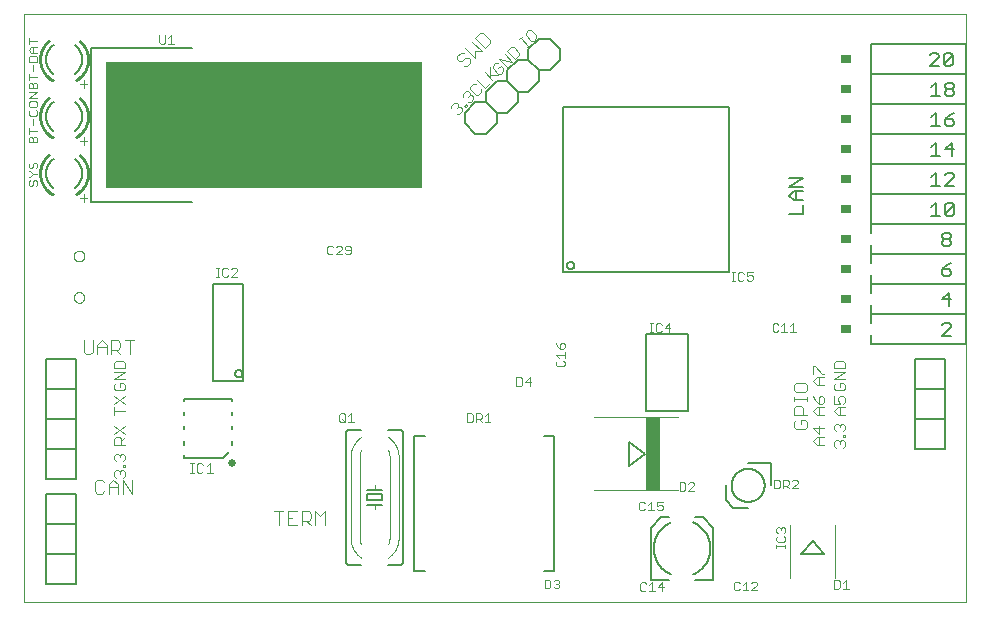
<source format=gto>
G75*
%MOIN*%
%OFA0B0*%
%FSLAX25Y25*%
%IPPOS*%
%LPD*%
%AMOC8*
5,1,8,0,0,1.08239X$1,22.5*
%
%ADD10C,0.00000*%
%ADD11R,1.05500X0.42000*%
%ADD12C,0.00300*%
%ADD13C,0.00200*%
%ADD14C,0.00600*%
%ADD15C,0.00500*%
%ADD16C,0.00800*%
%ADD17C,0.00400*%
%ADD18R,0.03200X0.02600*%
%ADD19C,0.01000*%
%ADD20R,0.04921X0.24409*%
%ADD21C,0.02600*%
D10*
X0045406Y0051688D02*
X0045406Y0247688D01*
X0359406Y0247688D01*
X0359406Y0051688D01*
X0045406Y0051688D01*
X0062134Y0153298D02*
X0062136Y0153382D01*
X0062142Y0153465D01*
X0062152Y0153548D01*
X0062166Y0153631D01*
X0062183Y0153713D01*
X0062205Y0153794D01*
X0062230Y0153873D01*
X0062259Y0153952D01*
X0062292Y0154029D01*
X0062328Y0154104D01*
X0062368Y0154178D01*
X0062411Y0154250D01*
X0062458Y0154319D01*
X0062508Y0154386D01*
X0062561Y0154451D01*
X0062617Y0154513D01*
X0062675Y0154573D01*
X0062737Y0154630D01*
X0062801Y0154683D01*
X0062868Y0154734D01*
X0062937Y0154781D01*
X0063008Y0154826D01*
X0063081Y0154866D01*
X0063156Y0154903D01*
X0063233Y0154937D01*
X0063311Y0154967D01*
X0063390Y0154993D01*
X0063471Y0155016D01*
X0063553Y0155034D01*
X0063635Y0155049D01*
X0063718Y0155060D01*
X0063801Y0155067D01*
X0063885Y0155070D01*
X0063969Y0155069D01*
X0064052Y0155064D01*
X0064136Y0155055D01*
X0064218Y0155042D01*
X0064300Y0155026D01*
X0064381Y0155005D01*
X0064462Y0154981D01*
X0064540Y0154953D01*
X0064618Y0154921D01*
X0064694Y0154885D01*
X0064768Y0154846D01*
X0064840Y0154804D01*
X0064910Y0154758D01*
X0064978Y0154709D01*
X0065043Y0154657D01*
X0065106Y0154602D01*
X0065166Y0154544D01*
X0065224Y0154483D01*
X0065278Y0154419D01*
X0065330Y0154353D01*
X0065378Y0154285D01*
X0065423Y0154214D01*
X0065464Y0154141D01*
X0065503Y0154067D01*
X0065537Y0153991D01*
X0065568Y0153913D01*
X0065595Y0153834D01*
X0065619Y0153753D01*
X0065638Y0153672D01*
X0065654Y0153590D01*
X0065666Y0153507D01*
X0065674Y0153423D01*
X0065678Y0153340D01*
X0065678Y0153256D01*
X0065674Y0153173D01*
X0065666Y0153089D01*
X0065654Y0153006D01*
X0065638Y0152924D01*
X0065619Y0152843D01*
X0065595Y0152762D01*
X0065568Y0152683D01*
X0065537Y0152605D01*
X0065503Y0152529D01*
X0065464Y0152455D01*
X0065423Y0152382D01*
X0065378Y0152311D01*
X0065330Y0152243D01*
X0065278Y0152177D01*
X0065224Y0152113D01*
X0065166Y0152052D01*
X0065106Y0151994D01*
X0065043Y0151939D01*
X0064978Y0151887D01*
X0064910Y0151838D01*
X0064840Y0151792D01*
X0064768Y0151750D01*
X0064694Y0151711D01*
X0064618Y0151675D01*
X0064540Y0151643D01*
X0064462Y0151615D01*
X0064381Y0151591D01*
X0064300Y0151570D01*
X0064218Y0151554D01*
X0064136Y0151541D01*
X0064052Y0151532D01*
X0063969Y0151527D01*
X0063885Y0151526D01*
X0063801Y0151529D01*
X0063718Y0151536D01*
X0063635Y0151547D01*
X0063553Y0151562D01*
X0063471Y0151580D01*
X0063390Y0151603D01*
X0063311Y0151629D01*
X0063233Y0151659D01*
X0063156Y0151693D01*
X0063081Y0151730D01*
X0063008Y0151770D01*
X0062937Y0151815D01*
X0062868Y0151862D01*
X0062801Y0151913D01*
X0062737Y0151966D01*
X0062675Y0152023D01*
X0062617Y0152083D01*
X0062561Y0152145D01*
X0062508Y0152210D01*
X0062458Y0152277D01*
X0062411Y0152346D01*
X0062368Y0152418D01*
X0062328Y0152492D01*
X0062292Y0152567D01*
X0062259Y0152644D01*
X0062230Y0152723D01*
X0062205Y0152802D01*
X0062183Y0152883D01*
X0062166Y0152965D01*
X0062152Y0153048D01*
X0062142Y0153131D01*
X0062136Y0153214D01*
X0062134Y0153298D01*
X0062134Y0167078D02*
X0062136Y0167162D01*
X0062142Y0167245D01*
X0062152Y0167328D01*
X0062166Y0167411D01*
X0062183Y0167493D01*
X0062205Y0167574D01*
X0062230Y0167653D01*
X0062259Y0167732D01*
X0062292Y0167809D01*
X0062328Y0167884D01*
X0062368Y0167958D01*
X0062411Y0168030D01*
X0062458Y0168099D01*
X0062508Y0168166D01*
X0062561Y0168231D01*
X0062617Y0168293D01*
X0062675Y0168353D01*
X0062737Y0168410D01*
X0062801Y0168463D01*
X0062868Y0168514D01*
X0062937Y0168561D01*
X0063008Y0168606D01*
X0063081Y0168646D01*
X0063156Y0168683D01*
X0063233Y0168717D01*
X0063311Y0168747D01*
X0063390Y0168773D01*
X0063471Y0168796D01*
X0063553Y0168814D01*
X0063635Y0168829D01*
X0063718Y0168840D01*
X0063801Y0168847D01*
X0063885Y0168850D01*
X0063969Y0168849D01*
X0064052Y0168844D01*
X0064136Y0168835D01*
X0064218Y0168822D01*
X0064300Y0168806D01*
X0064381Y0168785D01*
X0064462Y0168761D01*
X0064540Y0168733D01*
X0064618Y0168701D01*
X0064694Y0168665D01*
X0064768Y0168626D01*
X0064840Y0168584D01*
X0064910Y0168538D01*
X0064978Y0168489D01*
X0065043Y0168437D01*
X0065106Y0168382D01*
X0065166Y0168324D01*
X0065224Y0168263D01*
X0065278Y0168199D01*
X0065330Y0168133D01*
X0065378Y0168065D01*
X0065423Y0167994D01*
X0065464Y0167921D01*
X0065503Y0167847D01*
X0065537Y0167771D01*
X0065568Y0167693D01*
X0065595Y0167614D01*
X0065619Y0167533D01*
X0065638Y0167452D01*
X0065654Y0167370D01*
X0065666Y0167287D01*
X0065674Y0167203D01*
X0065678Y0167120D01*
X0065678Y0167036D01*
X0065674Y0166953D01*
X0065666Y0166869D01*
X0065654Y0166786D01*
X0065638Y0166704D01*
X0065619Y0166623D01*
X0065595Y0166542D01*
X0065568Y0166463D01*
X0065537Y0166385D01*
X0065503Y0166309D01*
X0065464Y0166235D01*
X0065423Y0166162D01*
X0065378Y0166091D01*
X0065330Y0166023D01*
X0065278Y0165957D01*
X0065224Y0165893D01*
X0065166Y0165832D01*
X0065106Y0165774D01*
X0065043Y0165719D01*
X0064978Y0165667D01*
X0064910Y0165618D01*
X0064840Y0165572D01*
X0064768Y0165530D01*
X0064694Y0165491D01*
X0064618Y0165455D01*
X0064540Y0165423D01*
X0064462Y0165395D01*
X0064381Y0165371D01*
X0064300Y0165350D01*
X0064218Y0165334D01*
X0064136Y0165321D01*
X0064052Y0165312D01*
X0063969Y0165307D01*
X0063885Y0165306D01*
X0063801Y0165309D01*
X0063718Y0165316D01*
X0063635Y0165327D01*
X0063553Y0165342D01*
X0063471Y0165360D01*
X0063390Y0165383D01*
X0063311Y0165409D01*
X0063233Y0165439D01*
X0063156Y0165473D01*
X0063081Y0165510D01*
X0063008Y0165550D01*
X0062937Y0165595D01*
X0062868Y0165642D01*
X0062801Y0165693D01*
X0062737Y0165746D01*
X0062675Y0165803D01*
X0062617Y0165863D01*
X0062561Y0165925D01*
X0062508Y0165990D01*
X0062458Y0166057D01*
X0062411Y0166126D01*
X0062368Y0166198D01*
X0062328Y0166272D01*
X0062292Y0166347D01*
X0062259Y0166424D01*
X0062230Y0166503D01*
X0062205Y0166582D01*
X0062183Y0166663D01*
X0062166Y0166745D01*
X0062152Y0166828D01*
X0062142Y0166911D01*
X0062136Y0166994D01*
X0062134Y0167078D01*
D11*
X0125656Y0210688D03*
D12*
X0095545Y0237838D02*
X0093610Y0237838D01*
X0094577Y0237838D02*
X0094577Y0240741D01*
X0093610Y0239773D01*
X0092598Y0240741D02*
X0092598Y0238322D01*
X0092114Y0237838D01*
X0091147Y0237838D01*
X0090663Y0238322D01*
X0090663Y0240741D01*
X0066639Y0224389D02*
X0064170Y0224389D01*
X0065405Y0223155D02*
X0065405Y0225624D01*
X0049956Y0224450D02*
X0049956Y0222999D01*
X0047054Y0222999D01*
X0047054Y0224450D01*
X0047537Y0224934D01*
X0048021Y0224934D01*
X0048505Y0224450D01*
X0048505Y0222999D01*
X0048505Y0224450D02*
X0048989Y0224934D01*
X0049472Y0224934D01*
X0049956Y0224450D01*
X0049956Y0226913D02*
X0047054Y0226913D01*
X0047054Y0227880D02*
X0047054Y0225945D01*
X0048505Y0228892D02*
X0048505Y0230827D01*
X0047054Y0231838D02*
X0049956Y0231838D01*
X0049956Y0233289D01*
X0049472Y0233773D01*
X0047537Y0233773D01*
X0047054Y0233289D01*
X0047054Y0231838D01*
X0048021Y0234785D02*
X0047054Y0235752D01*
X0048021Y0236720D01*
X0049956Y0236720D01*
X0048505Y0236720D02*
X0048505Y0234785D01*
X0048021Y0234785D02*
X0049956Y0234785D01*
X0049956Y0238699D02*
X0047054Y0238699D01*
X0047054Y0239666D02*
X0047054Y0237731D01*
X0047054Y0221666D02*
X0049956Y0221666D01*
X0047054Y0219731D01*
X0049956Y0219731D01*
X0049472Y0218720D02*
X0047537Y0218720D01*
X0047054Y0218236D01*
X0047054Y0217268D01*
X0047537Y0216785D01*
X0049472Y0216785D01*
X0049956Y0217268D01*
X0049956Y0218236D01*
X0049472Y0218720D01*
X0049472Y0215773D02*
X0049956Y0215289D01*
X0049956Y0214322D01*
X0049472Y0213838D01*
X0047537Y0213838D01*
X0047054Y0214322D01*
X0047054Y0215289D01*
X0047537Y0215773D01*
X0048505Y0212827D02*
X0048505Y0210892D01*
X0047054Y0209880D02*
X0047054Y0207945D01*
X0047054Y0208913D02*
X0049956Y0208913D01*
X0049472Y0206934D02*
X0049956Y0206450D01*
X0049956Y0204999D01*
X0047054Y0204999D01*
X0047054Y0206450D01*
X0047537Y0206934D01*
X0048021Y0206934D01*
X0048505Y0206450D01*
X0048505Y0204999D01*
X0048505Y0206450D02*
X0048989Y0206934D01*
X0049472Y0206934D01*
X0064170Y0205389D02*
X0066639Y0205389D01*
X0065405Y0204155D02*
X0065405Y0206624D01*
X0049956Y0197763D02*
X0049956Y0196795D01*
X0049472Y0196311D01*
X0048505Y0196795D02*
X0048505Y0197763D01*
X0048989Y0198246D01*
X0049472Y0198246D01*
X0049956Y0197763D01*
X0048505Y0196795D02*
X0048021Y0196311D01*
X0047537Y0196311D01*
X0047054Y0196795D01*
X0047054Y0197763D01*
X0047537Y0198246D01*
X0047537Y0195300D02*
X0047054Y0195300D01*
X0047537Y0195300D02*
X0048505Y0194332D01*
X0049956Y0194332D01*
X0048505Y0194332D02*
X0047537Y0193365D01*
X0047054Y0193365D01*
X0047537Y0192353D02*
X0047054Y0191870D01*
X0047054Y0190902D01*
X0047537Y0190418D01*
X0048021Y0190418D01*
X0048505Y0190902D01*
X0048505Y0191870D01*
X0048989Y0192353D01*
X0049472Y0192353D01*
X0049956Y0191870D01*
X0049956Y0190902D01*
X0049472Y0190418D01*
X0064170Y0186389D02*
X0066639Y0186389D01*
X0065405Y0185155D02*
X0065405Y0187624D01*
X0109699Y0163141D02*
X0110666Y0163141D01*
X0110183Y0163141D02*
X0110183Y0160238D01*
X0110666Y0160238D02*
X0109699Y0160238D01*
X0111663Y0160722D02*
X0111663Y0162657D01*
X0112147Y0163141D01*
X0113114Y0163141D01*
X0113598Y0162657D01*
X0114610Y0162657D02*
X0115093Y0163141D01*
X0116061Y0163141D01*
X0116545Y0162657D01*
X0116545Y0162173D01*
X0114610Y0160238D01*
X0116545Y0160238D01*
X0113598Y0160722D02*
X0113114Y0160238D01*
X0112147Y0160238D01*
X0111663Y0160722D01*
X0146636Y0168122D02*
X0147120Y0167638D01*
X0148088Y0167638D01*
X0148571Y0168122D01*
X0149583Y0167638D02*
X0151518Y0169573D01*
X0151518Y0170057D01*
X0151034Y0170541D01*
X0150067Y0170541D01*
X0149583Y0170057D01*
X0148571Y0170057D02*
X0148088Y0170541D01*
X0147120Y0170541D01*
X0146636Y0170057D01*
X0146636Y0168122D01*
X0149583Y0167638D02*
X0151518Y0167638D01*
X0152529Y0168122D02*
X0153013Y0167638D01*
X0153981Y0167638D01*
X0154464Y0168122D01*
X0154464Y0170057D01*
X0153981Y0170541D01*
X0153013Y0170541D01*
X0152529Y0170057D01*
X0152529Y0169573D01*
X0153013Y0169089D01*
X0154464Y0169089D01*
X0209663Y0126641D02*
X0211114Y0126641D01*
X0211598Y0126157D01*
X0211598Y0124222D01*
X0211114Y0123738D01*
X0209663Y0123738D01*
X0209663Y0126641D01*
X0212610Y0125189D02*
X0214545Y0125189D01*
X0214061Y0123738D02*
X0214061Y0126641D01*
X0212610Y0125189D01*
X0222854Y0130822D02*
X0223337Y0130338D01*
X0225272Y0130338D01*
X0225756Y0130822D01*
X0225756Y0131789D01*
X0225272Y0132273D01*
X0225756Y0133285D02*
X0225756Y0135220D01*
X0225756Y0134252D02*
X0222854Y0134252D01*
X0223821Y0133285D01*
X0223337Y0132273D02*
X0222854Y0131789D01*
X0222854Y0130822D01*
X0224305Y0136231D02*
X0224305Y0137682D01*
X0224789Y0138166D01*
X0225272Y0138166D01*
X0225756Y0137682D01*
X0225756Y0136715D01*
X0225272Y0136231D01*
X0224305Y0136231D01*
X0223337Y0137199D01*
X0222854Y0138166D01*
X0254199Y0141738D02*
X0255166Y0141738D01*
X0254683Y0141738D02*
X0254683Y0144641D01*
X0255166Y0144641D02*
X0254199Y0144641D01*
X0256163Y0144157D02*
X0256163Y0142222D01*
X0256647Y0141738D01*
X0257614Y0141738D01*
X0258098Y0142222D01*
X0259110Y0143189D02*
X0260561Y0144641D01*
X0260561Y0141738D01*
X0261045Y0143189D02*
X0259110Y0143189D01*
X0258098Y0144157D02*
X0257614Y0144641D01*
X0256647Y0144641D01*
X0256163Y0144157D01*
X0281556Y0158838D02*
X0282524Y0158838D01*
X0282040Y0158838D02*
X0282040Y0161741D01*
X0281556Y0161741D02*
X0282524Y0161741D01*
X0283521Y0161257D02*
X0283521Y0159322D01*
X0284004Y0158838D01*
X0284972Y0158838D01*
X0285455Y0159322D01*
X0286467Y0159322D02*
X0286951Y0158838D01*
X0287918Y0158838D01*
X0288402Y0159322D01*
X0288402Y0160289D01*
X0287918Y0160773D01*
X0287435Y0160773D01*
X0286467Y0160289D01*
X0286467Y0161741D01*
X0288402Y0161741D01*
X0285455Y0161257D02*
X0284972Y0161741D01*
X0284004Y0161741D01*
X0283521Y0161257D01*
X0295540Y0144741D02*
X0295056Y0144257D01*
X0295056Y0142322D01*
X0295540Y0141838D01*
X0296507Y0141838D01*
X0296991Y0142322D01*
X0298003Y0141838D02*
X0299938Y0141838D01*
X0298970Y0141838D02*
X0298970Y0144741D01*
X0298003Y0143773D01*
X0296991Y0144257D02*
X0296507Y0144741D01*
X0295540Y0144741D01*
X0300949Y0143773D02*
X0301917Y0144741D01*
X0301917Y0141838D01*
X0302884Y0141838D02*
X0300949Y0141838D01*
X0308553Y0130307D02*
X0309170Y0130307D01*
X0311639Y0127838D01*
X0312256Y0127838D01*
X0312256Y0126624D02*
X0309787Y0126624D01*
X0308553Y0125389D01*
X0309787Y0124155D01*
X0312256Y0124155D01*
X0310405Y0124155D02*
X0310405Y0126624D01*
X0308553Y0127838D02*
X0308553Y0130307D01*
X0315553Y0129680D02*
X0315553Y0131531D01*
X0316170Y0132149D01*
X0318639Y0132149D01*
X0319256Y0131531D01*
X0319256Y0129680D01*
X0315553Y0129680D01*
X0315553Y0128465D02*
X0319256Y0128465D01*
X0315553Y0125997D01*
X0319256Y0125997D01*
X0318639Y0124782D02*
X0319256Y0124165D01*
X0319256Y0122931D01*
X0318639Y0122313D01*
X0316170Y0122313D01*
X0315553Y0122931D01*
X0315553Y0124165D01*
X0316170Y0124782D01*
X0317405Y0124782D02*
X0317405Y0123548D01*
X0317405Y0124782D02*
X0318639Y0124782D01*
X0318639Y0120307D02*
X0319256Y0119690D01*
X0319256Y0118455D01*
X0318639Y0117838D01*
X0317405Y0117838D02*
X0316787Y0119073D01*
X0316787Y0119690D01*
X0317405Y0120307D01*
X0318639Y0120307D01*
X0317405Y0117838D02*
X0315553Y0117838D01*
X0315553Y0120307D01*
X0312256Y0119690D02*
X0312256Y0118455D01*
X0311639Y0117838D01*
X0310405Y0117838D01*
X0310405Y0119690D01*
X0311022Y0120307D01*
X0311639Y0120307D01*
X0312256Y0119690D01*
X0310405Y0117838D02*
X0309170Y0119073D01*
X0308553Y0120307D01*
X0309787Y0116624D02*
X0312256Y0116624D01*
X0310405Y0116624D02*
X0310405Y0114155D01*
X0309787Y0114155D02*
X0308553Y0115389D01*
X0309787Y0116624D01*
X0309787Y0114155D02*
X0312256Y0114155D01*
X0315553Y0115389D02*
X0316787Y0116624D01*
X0319256Y0116624D01*
X0317405Y0116624D02*
X0317405Y0114155D01*
X0316787Y0114155D02*
X0315553Y0115389D01*
X0316787Y0114155D02*
X0319256Y0114155D01*
X0318639Y0111228D02*
X0319256Y0110611D01*
X0319256Y0109376D01*
X0318639Y0108759D01*
X0318639Y0107535D02*
X0319256Y0107535D01*
X0319256Y0106917D01*
X0318639Y0106917D01*
X0318639Y0107535D01*
X0318639Y0105703D02*
X0319256Y0105086D01*
X0319256Y0103851D01*
X0318639Y0103234D01*
X0317405Y0104469D02*
X0317405Y0105086D01*
X0318022Y0105703D01*
X0318639Y0105703D01*
X0317405Y0105086D02*
X0316787Y0105703D01*
X0316170Y0105703D01*
X0315553Y0105086D01*
X0315553Y0103851D01*
X0316170Y0103234D01*
X0312256Y0104155D02*
X0309787Y0104155D01*
X0308553Y0105389D01*
X0309787Y0106624D01*
X0312256Y0106624D01*
X0310405Y0106624D02*
X0310405Y0104155D01*
X0310405Y0107838D02*
X0310405Y0110307D01*
X0312256Y0109690D02*
X0308553Y0109690D01*
X0310405Y0107838D01*
X0315553Y0109376D02*
X0315553Y0110611D01*
X0316170Y0111228D01*
X0316787Y0111228D01*
X0317405Y0110611D01*
X0318022Y0111228D01*
X0318639Y0111228D01*
X0317405Y0110611D02*
X0317405Y0109993D01*
X0316170Y0108759D02*
X0315553Y0109376D01*
X0302900Y0092541D02*
X0301933Y0092541D01*
X0301449Y0092057D01*
X0300438Y0092057D02*
X0300438Y0091089D01*
X0299954Y0090606D01*
X0298503Y0090606D01*
X0299470Y0090606D02*
X0300438Y0089638D01*
X0301449Y0089638D02*
X0303384Y0091573D01*
X0303384Y0092057D01*
X0302900Y0092541D01*
X0300438Y0092057D02*
X0299954Y0092541D01*
X0298503Y0092541D01*
X0298503Y0089638D01*
X0297491Y0090122D02*
X0297491Y0092057D01*
X0297007Y0092541D01*
X0295556Y0092541D01*
X0295556Y0089638D01*
X0297007Y0089638D01*
X0297491Y0090122D01*
X0301449Y0089638D02*
X0303384Y0089638D01*
X0298772Y0076684D02*
X0299256Y0076200D01*
X0299256Y0075233D01*
X0298772Y0074749D01*
X0298772Y0073737D02*
X0299256Y0073254D01*
X0299256Y0072286D01*
X0298772Y0071803D01*
X0296837Y0071803D01*
X0296354Y0072286D01*
X0296354Y0073254D01*
X0296837Y0073737D01*
X0296837Y0074749D02*
X0296354Y0075233D01*
X0296354Y0076200D01*
X0296837Y0076684D01*
X0297321Y0076684D01*
X0297805Y0076200D01*
X0298289Y0076684D01*
X0298772Y0076684D01*
X0297805Y0076200D02*
X0297805Y0075717D01*
X0299256Y0070806D02*
X0299256Y0069838D01*
X0299256Y0070322D02*
X0296354Y0070322D01*
X0296354Y0069838D02*
X0296354Y0070806D01*
X0289481Y0058541D02*
X0288513Y0058541D01*
X0288029Y0058057D01*
X0289481Y0058541D02*
X0289964Y0058057D01*
X0289964Y0057573D01*
X0288029Y0055638D01*
X0289964Y0055638D01*
X0287018Y0055638D02*
X0285083Y0055638D01*
X0286050Y0055638D02*
X0286050Y0058541D01*
X0285083Y0057573D01*
X0284071Y0058057D02*
X0283588Y0058541D01*
X0282620Y0058541D01*
X0282136Y0058057D01*
X0282136Y0056122D01*
X0282620Y0055638D01*
X0283588Y0055638D01*
X0284071Y0056122D01*
X0258832Y0056857D02*
X0256897Y0056857D01*
X0258348Y0058308D01*
X0258348Y0055406D01*
X0255886Y0055406D02*
X0253951Y0055406D01*
X0254918Y0055406D02*
X0254918Y0058308D01*
X0253951Y0057341D01*
X0252939Y0057825D02*
X0252455Y0058308D01*
X0251488Y0058308D01*
X0251004Y0057825D01*
X0251004Y0055890D01*
X0251488Y0055406D01*
X0252455Y0055406D01*
X0252939Y0055890D01*
X0223991Y0056822D02*
X0223507Y0056338D01*
X0222540Y0056338D01*
X0222056Y0056822D01*
X0221045Y0056822D02*
X0221045Y0058757D01*
X0220561Y0059241D01*
X0219110Y0059241D01*
X0219110Y0056338D01*
X0220561Y0056338D01*
X0221045Y0056822D01*
X0222056Y0058757D02*
X0222540Y0059241D01*
X0223507Y0059241D01*
X0223991Y0058757D01*
X0223991Y0058273D01*
X0223507Y0057789D01*
X0223991Y0057306D01*
X0223991Y0056822D01*
X0223507Y0057789D02*
X0223024Y0057789D01*
X0250556Y0082822D02*
X0251040Y0082338D01*
X0252007Y0082338D01*
X0252491Y0082822D01*
X0253503Y0082338D02*
X0255438Y0082338D01*
X0254470Y0082338D02*
X0254470Y0085241D01*
X0253503Y0084273D01*
X0252491Y0084757D02*
X0252007Y0085241D01*
X0251040Y0085241D01*
X0250556Y0084757D01*
X0250556Y0082822D01*
X0256449Y0082822D02*
X0256933Y0082338D01*
X0257900Y0082338D01*
X0258384Y0082822D01*
X0258384Y0083789D01*
X0257900Y0084273D01*
X0257417Y0084273D01*
X0256449Y0083789D01*
X0256449Y0085241D01*
X0258384Y0085241D01*
X0264056Y0088838D02*
X0265507Y0088838D01*
X0265991Y0089322D01*
X0265991Y0091257D01*
X0265507Y0091741D01*
X0264056Y0091741D01*
X0264056Y0088838D01*
X0267003Y0088838D02*
X0268938Y0090773D01*
X0268938Y0091257D01*
X0268454Y0091741D01*
X0267486Y0091741D01*
X0267003Y0091257D01*
X0267003Y0088838D02*
X0268938Y0088838D01*
X0315556Y0059141D02*
X0315556Y0056238D01*
X0317007Y0056238D01*
X0317491Y0056722D01*
X0317491Y0058657D01*
X0317007Y0059141D01*
X0315556Y0059141D01*
X0318503Y0058173D02*
X0319470Y0059141D01*
X0319470Y0056238D01*
X0318503Y0056238D02*
X0320438Y0056238D01*
X0201045Y0111738D02*
X0199110Y0111738D01*
X0200077Y0111738D02*
X0200077Y0114641D01*
X0199110Y0113673D01*
X0198098Y0113189D02*
X0197614Y0112706D01*
X0196163Y0112706D01*
X0197131Y0112706D02*
X0198098Y0111738D01*
X0198098Y0113189D02*
X0198098Y0114157D01*
X0197614Y0114641D01*
X0196163Y0114641D01*
X0196163Y0111738D01*
X0195152Y0112222D02*
X0194668Y0111738D01*
X0193217Y0111738D01*
X0193217Y0114641D01*
X0194668Y0114641D01*
X0195152Y0114157D01*
X0195152Y0112222D01*
X0155545Y0111738D02*
X0153610Y0111738D01*
X0154577Y0111738D02*
X0154577Y0114641D01*
X0153610Y0113673D01*
X0152598Y0114157D02*
X0152598Y0112222D01*
X0152114Y0111738D01*
X0151147Y0111738D01*
X0150663Y0112222D01*
X0150663Y0114157D01*
X0151147Y0114641D01*
X0152114Y0114641D01*
X0152598Y0114157D01*
X0151631Y0112706D02*
X0152598Y0111738D01*
X0079256Y0110307D02*
X0075553Y0107838D01*
X0076170Y0106624D02*
X0075553Y0106007D01*
X0075553Y0104155D01*
X0079256Y0104155D01*
X0078022Y0104155D02*
X0078022Y0106007D01*
X0077405Y0106624D01*
X0076170Y0106624D01*
X0078022Y0105389D02*
X0079256Y0106624D01*
X0079256Y0107838D02*
X0075553Y0110307D01*
X0075553Y0114155D02*
X0075553Y0116624D01*
X0075553Y0117838D02*
X0079256Y0120307D01*
X0078639Y0122313D02*
X0079256Y0122931D01*
X0079256Y0124165D01*
X0078639Y0124782D01*
X0077405Y0124782D01*
X0077405Y0123548D01*
X0078639Y0122313D02*
X0076170Y0122313D01*
X0075553Y0122931D01*
X0075553Y0124165D01*
X0076170Y0124782D01*
X0075553Y0125997D02*
X0079256Y0125997D01*
X0079256Y0128465D02*
X0075553Y0128465D01*
X0075553Y0129680D02*
X0075553Y0131531D01*
X0076170Y0132149D01*
X0078639Y0132149D01*
X0079256Y0131531D01*
X0079256Y0129680D01*
X0075553Y0129680D01*
X0075553Y0125997D02*
X0079256Y0128465D01*
X0075553Y0120307D02*
X0079256Y0117838D01*
X0079256Y0115389D02*
X0075553Y0115389D01*
X0076170Y0101228D02*
X0075553Y0100611D01*
X0075553Y0099376D01*
X0076170Y0098759D01*
X0077405Y0099993D02*
X0077405Y0100611D01*
X0078022Y0101228D01*
X0078639Y0101228D01*
X0079256Y0100611D01*
X0079256Y0099376D01*
X0078639Y0098759D01*
X0078639Y0097535D02*
X0079256Y0097535D01*
X0079256Y0096917D01*
X0078639Y0096917D01*
X0078639Y0097535D01*
X0078639Y0095703D02*
X0079256Y0095086D01*
X0079256Y0093851D01*
X0078639Y0093234D01*
X0077405Y0094469D02*
X0077405Y0095086D01*
X0078022Y0095703D01*
X0078639Y0095703D01*
X0077405Y0095086D02*
X0076787Y0095703D01*
X0076170Y0095703D01*
X0075553Y0095086D01*
X0075553Y0093851D01*
X0076170Y0093234D01*
X0077405Y0100611D02*
X0076787Y0101228D01*
X0076170Y0101228D01*
X0189714Y0214581D02*
X0190587Y0214581D01*
X0191460Y0215454D01*
X0191460Y0216327D01*
X0191024Y0216763D01*
X0190151Y0216763D01*
X0189714Y0216327D01*
X0190151Y0216763D02*
X0190151Y0217636D01*
X0189714Y0218073D01*
X0188841Y0218073D01*
X0187969Y0217200D01*
X0187969Y0216327D01*
X0192319Y0217186D02*
X0192755Y0217622D01*
X0193191Y0217186D01*
X0192755Y0216749D01*
X0192319Y0217186D01*
X0193621Y0218488D02*
X0194494Y0218488D01*
X0195366Y0219361D01*
X0195366Y0220233D01*
X0194930Y0220670D01*
X0194057Y0220670D01*
X0193621Y0220233D01*
X0194057Y0220670D02*
X0194057Y0221543D01*
X0193621Y0221979D01*
X0192748Y0221979D01*
X0191875Y0221106D01*
X0191875Y0220233D01*
X0194317Y0222676D02*
X0196063Y0220930D01*
X0196936Y0220930D01*
X0197809Y0221803D01*
X0197809Y0222676D01*
X0199104Y0223098D02*
X0200850Y0224844D01*
X0201708Y0225702D02*
X0199090Y0228321D01*
X0200835Y0227448D02*
X0203454Y0227448D01*
X0203563Y0227930D02*
X0204436Y0227930D01*
X0205309Y0228803D01*
X0205309Y0229676D01*
X0204436Y0230549D01*
X0203563Y0229676D01*
X0203563Y0231422D02*
X0202690Y0231422D01*
X0201817Y0230549D01*
X0201817Y0229676D01*
X0203563Y0227930D01*
X0200835Y0226575D02*
X0200835Y0230067D01*
X0203985Y0232717D02*
X0208350Y0231844D01*
X0205731Y0234462D01*
X0206590Y0235321D02*
X0207899Y0236630D01*
X0208772Y0236630D01*
X0210518Y0234885D01*
X0210518Y0234012D01*
X0209208Y0232702D01*
X0206590Y0235321D01*
X0203985Y0232717D02*
X0206604Y0230098D01*
X0213236Y0236730D02*
X0214109Y0237603D01*
X0213672Y0237166D02*
X0211054Y0239785D01*
X0211490Y0240221D02*
X0210617Y0239349D01*
X0212790Y0240648D02*
X0214536Y0238903D01*
X0215409Y0238903D01*
X0216281Y0239775D01*
X0216281Y0240648D01*
X0214536Y0242394D01*
X0213663Y0242394D01*
X0212790Y0241521D01*
X0212790Y0240648D01*
X0196485Y0225717D02*
X0199104Y0223098D01*
X0196063Y0224422D02*
X0195190Y0224422D01*
X0194317Y0223549D01*
X0194317Y0222676D01*
D13*
X0170406Y0100188D02*
X0170406Y0073188D01*
X0167406Y0073188D02*
X0167406Y0100188D01*
X0167404Y0100321D01*
X0167399Y0100453D01*
X0167390Y0100585D01*
X0167378Y0100718D01*
X0167362Y0100849D01*
X0167343Y0100981D01*
X0167320Y0101111D01*
X0167294Y0101241D01*
X0167264Y0101371D01*
X0167231Y0101499D01*
X0167195Y0101627D01*
X0167155Y0101753D01*
X0167112Y0101879D01*
X0167065Y0102003D01*
X0167015Y0102126D01*
X0166962Y0102247D01*
X0166906Y0102367D01*
X0157906Y0106802D02*
X0157746Y0106691D01*
X0157590Y0106576D01*
X0157436Y0106457D01*
X0157284Y0106334D01*
X0157136Y0106207D01*
X0156992Y0106077D01*
X0156850Y0105944D01*
X0156711Y0105807D01*
X0156576Y0105667D01*
X0156445Y0105523D01*
X0156317Y0105377D01*
X0156192Y0105227D01*
X0156072Y0105074D01*
X0155955Y0104919D01*
X0155841Y0104760D01*
X0155732Y0104599D01*
X0155627Y0104435D01*
X0155525Y0104269D01*
X0155428Y0104101D01*
X0155335Y0103930D01*
X0155246Y0103756D01*
X0155161Y0103581D01*
X0155081Y0103404D01*
X0155005Y0103225D01*
X0154933Y0103044D01*
X0154866Y0102861D01*
X0154803Y0102677D01*
X0154745Y0102491D01*
X0154691Y0102304D01*
X0154642Y0102115D01*
X0154597Y0101926D01*
X0154557Y0101735D01*
X0154522Y0101544D01*
X0154491Y0101352D01*
X0154465Y0101159D01*
X0154444Y0100965D01*
X0154427Y0100771D01*
X0154415Y0100577D01*
X0154408Y0100382D01*
X0154406Y0100188D01*
X0154406Y0073188D01*
X0157406Y0073188D02*
X0157406Y0100188D01*
X0166906Y0106803D02*
X0167065Y0106691D01*
X0167222Y0106576D01*
X0167376Y0106457D01*
X0167527Y0106334D01*
X0167675Y0106208D01*
X0167820Y0106078D01*
X0167962Y0105944D01*
X0168100Y0105807D01*
X0168235Y0105667D01*
X0168367Y0105524D01*
X0168495Y0105377D01*
X0168619Y0105227D01*
X0168740Y0105075D01*
X0168857Y0104919D01*
X0168970Y0104761D01*
X0169080Y0104600D01*
X0169185Y0104436D01*
X0169286Y0104270D01*
X0169384Y0104101D01*
X0169477Y0103930D01*
X0169566Y0103757D01*
X0169651Y0103582D01*
X0169731Y0103404D01*
X0169807Y0103225D01*
X0169879Y0103044D01*
X0169946Y0102862D01*
X0170009Y0102677D01*
X0170067Y0102492D01*
X0170121Y0102304D01*
X0170170Y0102116D01*
X0170215Y0101927D01*
X0170255Y0101736D01*
X0170290Y0101545D01*
X0170321Y0101352D01*
X0170347Y0101159D01*
X0170368Y0100966D01*
X0170385Y0100772D01*
X0170397Y0100578D01*
X0170404Y0100383D01*
X0170406Y0100188D01*
X0157906Y0102367D02*
X0157850Y0102247D01*
X0157797Y0102126D01*
X0157747Y0102003D01*
X0157700Y0101879D01*
X0157657Y0101753D01*
X0157617Y0101627D01*
X0157581Y0101499D01*
X0157548Y0101371D01*
X0157518Y0101241D01*
X0157492Y0101111D01*
X0157469Y0100981D01*
X0157450Y0100849D01*
X0157434Y0100718D01*
X0157422Y0100585D01*
X0157413Y0100453D01*
X0157408Y0100321D01*
X0157406Y0100188D01*
X0162406Y0090688D02*
X0162406Y0089188D01*
X0162406Y0084188D02*
X0162406Y0082688D01*
X0154406Y0073188D02*
X0154408Y0072993D01*
X0154415Y0072799D01*
X0154427Y0072604D01*
X0154444Y0072410D01*
X0154465Y0072217D01*
X0154491Y0072024D01*
X0154522Y0071832D01*
X0154557Y0071640D01*
X0154597Y0071450D01*
X0154642Y0071260D01*
X0154691Y0071072D01*
X0154745Y0070885D01*
X0154803Y0070699D01*
X0154866Y0070515D01*
X0154933Y0070332D01*
X0155005Y0070151D01*
X0155081Y0069972D01*
X0155161Y0069795D01*
X0155246Y0069619D01*
X0155335Y0069446D01*
X0155428Y0069275D01*
X0155525Y0069107D01*
X0155627Y0068940D01*
X0155732Y0068777D01*
X0155842Y0068616D01*
X0155955Y0068457D01*
X0156072Y0068302D01*
X0156193Y0068149D01*
X0156317Y0067999D01*
X0156445Y0067853D01*
X0156577Y0067709D01*
X0156712Y0067569D01*
X0156850Y0067432D01*
X0156992Y0067299D01*
X0157137Y0067169D01*
X0157285Y0067042D01*
X0157436Y0066919D01*
X0157590Y0066800D01*
X0157747Y0066685D01*
X0157906Y0066573D01*
X0166906Y0066574D02*
X0167066Y0066685D01*
X0167222Y0066800D01*
X0167376Y0066919D01*
X0167528Y0067042D01*
X0167676Y0067169D01*
X0167820Y0067299D01*
X0167962Y0067432D01*
X0168101Y0067569D01*
X0168236Y0067709D01*
X0168367Y0067853D01*
X0168495Y0067999D01*
X0168620Y0068149D01*
X0168740Y0068302D01*
X0168857Y0068457D01*
X0168971Y0068616D01*
X0169080Y0068777D01*
X0169185Y0068941D01*
X0169287Y0069107D01*
X0169384Y0069275D01*
X0169477Y0069446D01*
X0169566Y0069620D01*
X0169651Y0069795D01*
X0169731Y0069972D01*
X0169807Y0070151D01*
X0169879Y0070332D01*
X0169946Y0070515D01*
X0170009Y0070699D01*
X0170067Y0070885D01*
X0170121Y0071072D01*
X0170170Y0071261D01*
X0170215Y0071450D01*
X0170255Y0071641D01*
X0170290Y0071832D01*
X0170321Y0072024D01*
X0170347Y0072217D01*
X0170368Y0072411D01*
X0170385Y0072605D01*
X0170397Y0072799D01*
X0170404Y0072994D01*
X0170406Y0073188D01*
X0167406Y0073188D02*
X0167404Y0073055D01*
X0167399Y0072923D01*
X0167390Y0072791D01*
X0167378Y0072658D01*
X0167362Y0072527D01*
X0167343Y0072395D01*
X0167320Y0072265D01*
X0167294Y0072135D01*
X0167264Y0072005D01*
X0167231Y0071877D01*
X0167195Y0071749D01*
X0167155Y0071623D01*
X0167112Y0071497D01*
X0167065Y0071373D01*
X0167015Y0071250D01*
X0166962Y0071129D01*
X0166906Y0071009D01*
X0157906Y0071009D02*
X0157850Y0071129D01*
X0157797Y0071250D01*
X0157747Y0071373D01*
X0157700Y0071497D01*
X0157657Y0071623D01*
X0157617Y0071749D01*
X0157581Y0071877D01*
X0157548Y0072005D01*
X0157518Y0072135D01*
X0157492Y0072265D01*
X0157469Y0072395D01*
X0157450Y0072527D01*
X0157434Y0072658D01*
X0157422Y0072791D01*
X0157413Y0072923D01*
X0157408Y0073055D01*
X0157406Y0073188D01*
D14*
X0152906Y0065188D02*
X0152908Y0065128D01*
X0152913Y0065067D01*
X0152922Y0065008D01*
X0152935Y0064949D01*
X0152951Y0064890D01*
X0152971Y0064833D01*
X0152994Y0064778D01*
X0153021Y0064723D01*
X0153050Y0064671D01*
X0153083Y0064620D01*
X0153119Y0064571D01*
X0153157Y0064525D01*
X0153199Y0064481D01*
X0153243Y0064439D01*
X0153289Y0064401D01*
X0153338Y0064365D01*
X0153389Y0064332D01*
X0153441Y0064303D01*
X0153496Y0064276D01*
X0153551Y0064253D01*
X0153608Y0064233D01*
X0153667Y0064217D01*
X0153726Y0064204D01*
X0153785Y0064195D01*
X0153846Y0064190D01*
X0153906Y0064188D01*
X0157906Y0064188D01*
X0152906Y0065188D02*
X0152906Y0108188D01*
X0152908Y0108248D01*
X0152913Y0108309D01*
X0152922Y0108368D01*
X0152935Y0108427D01*
X0152951Y0108486D01*
X0152971Y0108543D01*
X0152994Y0108598D01*
X0153021Y0108653D01*
X0153050Y0108705D01*
X0153083Y0108756D01*
X0153119Y0108805D01*
X0153157Y0108851D01*
X0153199Y0108895D01*
X0153243Y0108937D01*
X0153289Y0108975D01*
X0153338Y0109011D01*
X0153389Y0109044D01*
X0153441Y0109073D01*
X0153496Y0109100D01*
X0153551Y0109123D01*
X0153608Y0109143D01*
X0153667Y0109159D01*
X0153726Y0109172D01*
X0153785Y0109181D01*
X0153846Y0109186D01*
X0153906Y0109188D01*
X0157906Y0109188D01*
X0166906Y0109188D02*
X0170906Y0109188D01*
X0170966Y0109186D01*
X0171027Y0109181D01*
X0171086Y0109172D01*
X0171145Y0109159D01*
X0171204Y0109143D01*
X0171261Y0109123D01*
X0171316Y0109100D01*
X0171371Y0109073D01*
X0171423Y0109044D01*
X0171474Y0109011D01*
X0171523Y0108975D01*
X0171569Y0108937D01*
X0171613Y0108895D01*
X0171655Y0108851D01*
X0171693Y0108805D01*
X0171729Y0108756D01*
X0171762Y0108705D01*
X0171791Y0108653D01*
X0171818Y0108598D01*
X0171841Y0108543D01*
X0171861Y0108486D01*
X0171877Y0108427D01*
X0171890Y0108368D01*
X0171899Y0108309D01*
X0171904Y0108248D01*
X0171906Y0108188D01*
X0171906Y0065188D01*
X0171904Y0065128D01*
X0171899Y0065067D01*
X0171890Y0065008D01*
X0171877Y0064949D01*
X0171861Y0064890D01*
X0171841Y0064833D01*
X0171818Y0064778D01*
X0171791Y0064723D01*
X0171762Y0064671D01*
X0171729Y0064620D01*
X0171693Y0064571D01*
X0171655Y0064525D01*
X0171613Y0064481D01*
X0171569Y0064439D01*
X0171523Y0064401D01*
X0171474Y0064365D01*
X0171423Y0064332D01*
X0171371Y0064303D01*
X0171316Y0064276D01*
X0171261Y0064253D01*
X0171204Y0064233D01*
X0171145Y0064217D01*
X0171086Y0064204D01*
X0171027Y0064195D01*
X0170966Y0064190D01*
X0170906Y0064188D01*
X0166906Y0064188D01*
X0164906Y0084188D02*
X0162406Y0084188D01*
X0159906Y0084188D01*
X0159906Y0085688D02*
X0159906Y0087688D01*
X0164906Y0087688D01*
X0164906Y0085688D01*
X0159906Y0085688D01*
X0159906Y0089188D02*
X0162406Y0089188D01*
X0164906Y0089188D01*
X0062906Y0087688D02*
X0062906Y0077688D01*
X0052906Y0077688D01*
X0052906Y0087688D01*
X0062906Y0087688D01*
X0062906Y0092688D02*
X0052906Y0092688D01*
X0052906Y0102688D01*
X0052906Y0112688D01*
X0052906Y0122688D01*
X0052906Y0132688D01*
X0062906Y0132688D01*
X0062906Y0122688D01*
X0052906Y0122688D01*
X0062906Y0122688D02*
X0062906Y0112688D01*
X0052906Y0112688D01*
X0062906Y0112688D02*
X0062906Y0102688D01*
X0052906Y0102688D01*
X0062906Y0102688D02*
X0062906Y0092688D01*
X0062906Y0077688D02*
X0062906Y0067688D01*
X0052906Y0067688D01*
X0052906Y0077688D01*
X0052906Y0067688D02*
X0052906Y0057688D01*
X0062906Y0057688D01*
X0062906Y0067688D01*
X0052906Y0194688D02*
X0052908Y0194842D01*
X0052914Y0194996D01*
X0052924Y0195150D01*
X0052938Y0195304D01*
X0052955Y0195457D01*
X0052977Y0195609D01*
X0053003Y0195761D01*
X0053032Y0195913D01*
X0053066Y0196063D01*
X0053103Y0196213D01*
X0053144Y0196361D01*
X0053189Y0196509D01*
X0053238Y0196655D01*
X0053290Y0196800D01*
X0053346Y0196943D01*
X0053406Y0197086D01*
X0053469Y0197226D01*
X0053536Y0197365D01*
X0053607Y0197502D01*
X0053681Y0197637D01*
X0053758Y0197770D01*
X0053839Y0197902D01*
X0053923Y0198031D01*
X0054011Y0198158D01*
X0054102Y0198282D01*
X0054195Y0198404D01*
X0054293Y0198524D01*
X0054393Y0198641D01*
X0054496Y0198756D01*
X0054602Y0198868D01*
X0054710Y0198977D01*
X0054822Y0199083D01*
X0054936Y0199187D01*
X0055053Y0199287D01*
X0055172Y0199385D01*
X0055294Y0199479D01*
X0055419Y0199570D01*
X0064906Y0194688D02*
X0064904Y0194536D01*
X0064898Y0194385D01*
X0064889Y0194234D01*
X0064875Y0194082D01*
X0064858Y0193932D01*
X0064837Y0193782D01*
X0064812Y0193632D01*
X0064784Y0193483D01*
X0064751Y0193335D01*
X0064715Y0193188D01*
X0064676Y0193041D01*
X0064632Y0192896D01*
X0064585Y0192752D01*
X0064534Y0192609D01*
X0064480Y0192468D01*
X0064422Y0192327D01*
X0064361Y0192189D01*
X0064296Y0192052D01*
X0064227Y0191916D01*
X0064156Y0191783D01*
X0064081Y0191651D01*
X0064002Y0191521D01*
X0063921Y0191394D01*
X0063836Y0191268D01*
X0063748Y0191144D01*
X0063657Y0191023D01*
X0063563Y0190904D01*
X0063465Y0190788D01*
X0063365Y0190674D01*
X0063263Y0190562D01*
X0063157Y0190454D01*
X0063049Y0190348D01*
X0062938Y0190244D01*
X0062824Y0190144D01*
X0062708Y0190046D01*
X0062589Y0189952D01*
X0064906Y0194688D02*
X0064904Y0194840D01*
X0064898Y0194991D01*
X0064889Y0195142D01*
X0064875Y0195294D01*
X0064858Y0195444D01*
X0064837Y0195594D01*
X0064812Y0195744D01*
X0064784Y0195893D01*
X0064751Y0196041D01*
X0064715Y0196188D01*
X0064676Y0196335D01*
X0064632Y0196480D01*
X0064585Y0196624D01*
X0064534Y0196767D01*
X0064480Y0196908D01*
X0064422Y0197049D01*
X0064361Y0197187D01*
X0064296Y0197324D01*
X0064227Y0197460D01*
X0064156Y0197593D01*
X0064081Y0197725D01*
X0064002Y0197855D01*
X0063921Y0197982D01*
X0063836Y0198108D01*
X0063748Y0198232D01*
X0063657Y0198353D01*
X0063563Y0198472D01*
X0063465Y0198588D01*
X0063365Y0198702D01*
X0063263Y0198814D01*
X0063157Y0198922D01*
X0063049Y0199028D01*
X0062938Y0199132D01*
X0062824Y0199232D01*
X0062708Y0199330D01*
X0062589Y0199424D01*
X0052906Y0194688D02*
X0052908Y0194538D01*
X0052914Y0194387D01*
X0052923Y0194237D01*
X0052936Y0194088D01*
X0052953Y0193938D01*
X0052974Y0193789D01*
X0052998Y0193641D01*
X0053026Y0193493D01*
X0053058Y0193346D01*
X0053093Y0193200D01*
X0053133Y0193055D01*
X0053175Y0192911D01*
X0053222Y0192768D01*
X0053272Y0192626D01*
X0053325Y0192485D01*
X0053382Y0192346D01*
X0053442Y0192208D01*
X0053506Y0192072D01*
X0053573Y0191938D01*
X0053644Y0191805D01*
X0053718Y0191674D01*
X0053795Y0191545D01*
X0053876Y0191418D01*
X0053959Y0191293D01*
X0054046Y0191170D01*
X0054135Y0191049D01*
X0054228Y0190931D01*
X0054324Y0190815D01*
X0054422Y0190701D01*
X0054523Y0190590D01*
X0054628Y0190481D01*
X0054734Y0190376D01*
X0054844Y0190272D01*
X0054956Y0190172D01*
X0055070Y0190074D01*
X0055187Y0189980D01*
X0055306Y0189888D01*
X0052906Y0213688D02*
X0052908Y0213842D01*
X0052914Y0213996D01*
X0052924Y0214150D01*
X0052938Y0214304D01*
X0052955Y0214457D01*
X0052977Y0214609D01*
X0053003Y0214761D01*
X0053032Y0214913D01*
X0053066Y0215063D01*
X0053103Y0215213D01*
X0053144Y0215361D01*
X0053189Y0215509D01*
X0053238Y0215655D01*
X0053290Y0215800D01*
X0053346Y0215943D01*
X0053406Y0216086D01*
X0053469Y0216226D01*
X0053536Y0216365D01*
X0053607Y0216502D01*
X0053681Y0216637D01*
X0053758Y0216770D01*
X0053839Y0216902D01*
X0053923Y0217031D01*
X0054011Y0217158D01*
X0054102Y0217282D01*
X0054195Y0217404D01*
X0054293Y0217524D01*
X0054393Y0217641D01*
X0054496Y0217756D01*
X0054602Y0217868D01*
X0054710Y0217977D01*
X0054822Y0218083D01*
X0054936Y0218187D01*
X0055053Y0218287D01*
X0055172Y0218385D01*
X0055294Y0218479D01*
X0055419Y0218570D01*
X0064906Y0213688D02*
X0064904Y0213536D01*
X0064898Y0213385D01*
X0064889Y0213234D01*
X0064875Y0213082D01*
X0064858Y0212932D01*
X0064837Y0212782D01*
X0064812Y0212632D01*
X0064784Y0212483D01*
X0064751Y0212335D01*
X0064715Y0212188D01*
X0064676Y0212041D01*
X0064632Y0211896D01*
X0064585Y0211752D01*
X0064534Y0211609D01*
X0064480Y0211468D01*
X0064422Y0211327D01*
X0064361Y0211189D01*
X0064296Y0211052D01*
X0064227Y0210916D01*
X0064156Y0210783D01*
X0064081Y0210651D01*
X0064002Y0210521D01*
X0063921Y0210394D01*
X0063836Y0210268D01*
X0063748Y0210144D01*
X0063657Y0210023D01*
X0063563Y0209904D01*
X0063465Y0209788D01*
X0063365Y0209674D01*
X0063263Y0209562D01*
X0063157Y0209454D01*
X0063049Y0209348D01*
X0062938Y0209244D01*
X0062824Y0209144D01*
X0062708Y0209046D01*
X0062589Y0208952D01*
X0064906Y0213688D02*
X0064904Y0213840D01*
X0064898Y0213991D01*
X0064889Y0214142D01*
X0064875Y0214294D01*
X0064858Y0214444D01*
X0064837Y0214594D01*
X0064812Y0214744D01*
X0064784Y0214893D01*
X0064751Y0215041D01*
X0064715Y0215188D01*
X0064676Y0215335D01*
X0064632Y0215480D01*
X0064585Y0215624D01*
X0064534Y0215767D01*
X0064480Y0215908D01*
X0064422Y0216049D01*
X0064361Y0216187D01*
X0064296Y0216324D01*
X0064227Y0216460D01*
X0064156Y0216593D01*
X0064081Y0216725D01*
X0064002Y0216855D01*
X0063921Y0216982D01*
X0063836Y0217108D01*
X0063748Y0217232D01*
X0063657Y0217353D01*
X0063563Y0217472D01*
X0063465Y0217588D01*
X0063365Y0217702D01*
X0063263Y0217814D01*
X0063157Y0217922D01*
X0063049Y0218028D01*
X0062938Y0218132D01*
X0062824Y0218232D01*
X0062708Y0218330D01*
X0062589Y0218424D01*
X0052906Y0213688D02*
X0052908Y0213538D01*
X0052914Y0213387D01*
X0052923Y0213237D01*
X0052936Y0213088D01*
X0052953Y0212938D01*
X0052974Y0212789D01*
X0052998Y0212641D01*
X0053026Y0212493D01*
X0053058Y0212346D01*
X0053093Y0212200D01*
X0053133Y0212055D01*
X0053175Y0211911D01*
X0053222Y0211768D01*
X0053272Y0211626D01*
X0053325Y0211485D01*
X0053382Y0211346D01*
X0053442Y0211208D01*
X0053506Y0211072D01*
X0053573Y0210938D01*
X0053644Y0210805D01*
X0053718Y0210674D01*
X0053795Y0210545D01*
X0053876Y0210418D01*
X0053959Y0210293D01*
X0054046Y0210170D01*
X0054135Y0210049D01*
X0054228Y0209931D01*
X0054324Y0209815D01*
X0054422Y0209701D01*
X0054523Y0209590D01*
X0054628Y0209481D01*
X0054734Y0209376D01*
X0054844Y0209272D01*
X0054956Y0209172D01*
X0055070Y0209074D01*
X0055187Y0208980D01*
X0055306Y0208888D01*
X0052906Y0232688D02*
X0052908Y0232842D01*
X0052914Y0232996D01*
X0052924Y0233150D01*
X0052938Y0233304D01*
X0052955Y0233457D01*
X0052977Y0233609D01*
X0053003Y0233761D01*
X0053032Y0233913D01*
X0053066Y0234063D01*
X0053103Y0234213D01*
X0053144Y0234361D01*
X0053189Y0234509D01*
X0053238Y0234655D01*
X0053290Y0234800D01*
X0053346Y0234943D01*
X0053406Y0235086D01*
X0053469Y0235226D01*
X0053536Y0235365D01*
X0053607Y0235502D01*
X0053681Y0235637D01*
X0053758Y0235770D01*
X0053839Y0235902D01*
X0053923Y0236031D01*
X0054011Y0236158D01*
X0054102Y0236282D01*
X0054195Y0236404D01*
X0054293Y0236524D01*
X0054393Y0236641D01*
X0054496Y0236756D01*
X0054602Y0236868D01*
X0054710Y0236977D01*
X0054822Y0237083D01*
X0054936Y0237187D01*
X0055053Y0237287D01*
X0055172Y0237385D01*
X0055294Y0237479D01*
X0055419Y0237570D01*
X0064906Y0232688D02*
X0064904Y0232536D01*
X0064898Y0232385D01*
X0064889Y0232234D01*
X0064875Y0232082D01*
X0064858Y0231932D01*
X0064837Y0231782D01*
X0064812Y0231632D01*
X0064784Y0231483D01*
X0064751Y0231335D01*
X0064715Y0231188D01*
X0064676Y0231041D01*
X0064632Y0230896D01*
X0064585Y0230752D01*
X0064534Y0230609D01*
X0064480Y0230468D01*
X0064422Y0230327D01*
X0064361Y0230189D01*
X0064296Y0230052D01*
X0064227Y0229916D01*
X0064156Y0229783D01*
X0064081Y0229651D01*
X0064002Y0229521D01*
X0063921Y0229394D01*
X0063836Y0229268D01*
X0063748Y0229144D01*
X0063657Y0229023D01*
X0063563Y0228904D01*
X0063465Y0228788D01*
X0063365Y0228674D01*
X0063263Y0228562D01*
X0063157Y0228454D01*
X0063049Y0228348D01*
X0062938Y0228244D01*
X0062824Y0228144D01*
X0062708Y0228046D01*
X0062589Y0227952D01*
X0064906Y0232688D02*
X0064904Y0232840D01*
X0064898Y0232991D01*
X0064889Y0233142D01*
X0064875Y0233294D01*
X0064858Y0233444D01*
X0064837Y0233594D01*
X0064812Y0233744D01*
X0064784Y0233893D01*
X0064751Y0234041D01*
X0064715Y0234188D01*
X0064676Y0234335D01*
X0064632Y0234480D01*
X0064585Y0234624D01*
X0064534Y0234767D01*
X0064480Y0234908D01*
X0064422Y0235049D01*
X0064361Y0235187D01*
X0064296Y0235324D01*
X0064227Y0235460D01*
X0064156Y0235593D01*
X0064081Y0235725D01*
X0064002Y0235855D01*
X0063921Y0235982D01*
X0063836Y0236108D01*
X0063748Y0236232D01*
X0063657Y0236353D01*
X0063563Y0236472D01*
X0063465Y0236588D01*
X0063365Y0236702D01*
X0063263Y0236814D01*
X0063157Y0236922D01*
X0063049Y0237028D01*
X0062938Y0237132D01*
X0062824Y0237232D01*
X0062708Y0237330D01*
X0062589Y0237424D01*
X0052906Y0232688D02*
X0052908Y0232538D01*
X0052914Y0232387D01*
X0052923Y0232237D01*
X0052936Y0232088D01*
X0052953Y0231938D01*
X0052974Y0231789D01*
X0052998Y0231641D01*
X0053026Y0231493D01*
X0053058Y0231346D01*
X0053093Y0231200D01*
X0053133Y0231055D01*
X0053175Y0230911D01*
X0053222Y0230768D01*
X0053272Y0230626D01*
X0053325Y0230485D01*
X0053382Y0230346D01*
X0053442Y0230208D01*
X0053506Y0230072D01*
X0053573Y0229938D01*
X0053644Y0229805D01*
X0053718Y0229674D01*
X0053795Y0229545D01*
X0053876Y0229418D01*
X0053959Y0229293D01*
X0054046Y0229170D01*
X0054135Y0229049D01*
X0054228Y0228931D01*
X0054324Y0228815D01*
X0054422Y0228701D01*
X0054523Y0228590D01*
X0054628Y0228481D01*
X0054734Y0228376D01*
X0054844Y0228272D01*
X0054956Y0228172D01*
X0055070Y0228074D01*
X0055187Y0227980D01*
X0055306Y0227888D01*
X0192496Y0214849D02*
X0192496Y0211314D01*
X0196032Y0207778D01*
X0199567Y0207778D01*
X0203103Y0211314D01*
X0203103Y0214849D01*
X0206638Y0214849D01*
X0210174Y0218385D01*
X0210174Y0221920D01*
X0206638Y0225456D01*
X0203103Y0225456D01*
X0199567Y0221920D01*
X0199567Y0218385D01*
X0203103Y0214849D01*
X0199567Y0218385D02*
X0196032Y0218385D01*
X0192496Y0214849D01*
X0206638Y0225456D02*
X0206638Y0228991D01*
X0210174Y0232527D01*
X0213709Y0232527D01*
X0213709Y0236063D01*
X0217245Y0239598D01*
X0220781Y0239598D01*
X0224316Y0236063D01*
X0224316Y0232527D01*
X0220781Y0228991D01*
X0217245Y0228991D01*
X0217245Y0225456D01*
X0213709Y0221920D01*
X0210174Y0221920D01*
X0217245Y0228991D02*
X0213709Y0232527D01*
X0327906Y0227688D02*
X0327906Y0217688D01*
X0359406Y0217688D01*
X0359406Y0227688D01*
X0359406Y0237688D01*
X0327906Y0237688D01*
X0327906Y0227688D01*
X0359406Y0227688D01*
X0359406Y0217688D02*
X0359406Y0207688D01*
X0359406Y0197688D01*
X0359406Y0187688D01*
X0327906Y0187688D01*
X0327906Y0197688D01*
X0327906Y0207688D01*
X0327906Y0217688D01*
X0327906Y0207688D02*
X0359406Y0207688D01*
X0359406Y0197688D02*
X0327906Y0197688D01*
X0327906Y0187688D02*
X0327906Y0177688D01*
X0327906Y0174688D01*
X0327906Y0177688D02*
X0359406Y0177688D01*
X0359406Y0167688D01*
X0327906Y0167688D01*
X0327906Y0170688D01*
X0327906Y0167688D02*
X0327906Y0164688D01*
X0327906Y0160688D02*
X0327906Y0157688D01*
X0359406Y0157688D01*
X0359406Y0167688D01*
X0359406Y0157688D02*
X0359406Y0147688D01*
X0359406Y0137688D01*
X0327906Y0137688D01*
X0327906Y0140688D01*
X0327906Y0144688D02*
X0327906Y0147688D01*
X0327906Y0150688D01*
X0327906Y0147688D02*
X0359406Y0147688D01*
X0352406Y0132688D02*
X0342406Y0132688D01*
X0342406Y0122688D01*
X0342406Y0112688D01*
X0342406Y0102688D01*
X0352406Y0102688D01*
X0352406Y0112688D01*
X0352406Y0122688D01*
X0352406Y0132688D01*
X0352406Y0122688D02*
X0342406Y0122688D01*
X0342406Y0112688D02*
X0352406Y0112688D01*
X0327906Y0154688D02*
X0327906Y0157688D01*
X0359406Y0177688D02*
X0359406Y0187688D01*
D15*
X0355555Y0190438D02*
X0352552Y0190438D01*
X0355555Y0193441D01*
X0355555Y0194191D01*
X0354804Y0194942D01*
X0353303Y0194942D01*
X0352552Y0194191D01*
X0349450Y0194942D02*
X0347948Y0193441D01*
X0349450Y0194942D02*
X0349450Y0190438D01*
X0350951Y0190438D02*
X0347948Y0190438D01*
X0349450Y0184942D02*
X0349450Y0180438D01*
X0350951Y0180438D02*
X0347948Y0180438D01*
X0347948Y0183441D02*
X0349450Y0184942D01*
X0352552Y0184191D02*
X0353303Y0184942D01*
X0354804Y0184942D01*
X0355555Y0184191D01*
X0352552Y0181189D01*
X0353303Y0180438D01*
X0354804Y0180438D01*
X0355555Y0181189D01*
X0355555Y0184191D01*
X0352552Y0184191D02*
X0352552Y0181189D01*
X0352303Y0174942D02*
X0353804Y0174942D01*
X0354555Y0174191D01*
X0354555Y0173441D01*
X0353804Y0172690D01*
X0352303Y0172690D01*
X0351552Y0173441D01*
X0351552Y0174191D01*
X0352303Y0174942D01*
X0352303Y0172690D02*
X0351552Y0171939D01*
X0351552Y0171189D01*
X0352303Y0170438D01*
X0353804Y0170438D01*
X0354555Y0171189D01*
X0354555Y0171939D01*
X0353804Y0172690D01*
X0354555Y0164942D02*
X0353054Y0164191D01*
X0351552Y0162690D01*
X0353804Y0162690D01*
X0354555Y0161939D01*
X0354555Y0161189D01*
X0353804Y0160438D01*
X0352303Y0160438D01*
X0351552Y0161189D01*
X0351552Y0162690D01*
X0353804Y0154942D02*
X0351552Y0152690D01*
X0354555Y0152690D01*
X0353804Y0150438D02*
X0353804Y0154942D01*
X0353804Y0144942D02*
X0352303Y0144942D01*
X0351552Y0144191D01*
X0353804Y0144942D02*
X0354555Y0144191D01*
X0354555Y0143441D01*
X0351552Y0140438D01*
X0354555Y0140438D01*
X0305156Y0181032D02*
X0300652Y0181032D01*
X0305156Y0181032D02*
X0305156Y0184035D01*
X0305156Y0185636D02*
X0302154Y0185636D01*
X0300652Y0187137D01*
X0302154Y0188639D01*
X0305156Y0188639D01*
X0305156Y0190240D02*
X0300652Y0190240D01*
X0305156Y0193243D01*
X0300652Y0193243D01*
X0302904Y0188639D02*
X0302904Y0185636D01*
X0280465Y0161629D02*
X0225347Y0161629D01*
X0225347Y0216747D01*
X0280465Y0216747D01*
X0280465Y0161629D01*
X0226583Y0164031D02*
X0226585Y0164100D01*
X0226591Y0164168D01*
X0226601Y0164236D01*
X0226614Y0164304D01*
X0226632Y0164370D01*
X0226653Y0164436D01*
X0226678Y0164500D01*
X0226707Y0164563D01*
X0226739Y0164624D01*
X0226774Y0164682D01*
X0226813Y0164739D01*
X0226855Y0164794D01*
X0226900Y0164846D01*
X0226948Y0164895D01*
X0226999Y0164942D01*
X0227052Y0164985D01*
X0227108Y0165026D01*
X0227166Y0165063D01*
X0227226Y0165097D01*
X0227287Y0165127D01*
X0227351Y0165154D01*
X0227416Y0165177D01*
X0227482Y0165196D01*
X0227549Y0165212D01*
X0227617Y0165224D01*
X0227685Y0165232D01*
X0227754Y0165236D01*
X0227822Y0165236D01*
X0227891Y0165232D01*
X0227959Y0165224D01*
X0228027Y0165212D01*
X0228094Y0165196D01*
X0228160Y0165177D01*
X0228225Y0165154D01*
X0228289Y0165127D01*
X0228350Y0165097D01*
X0228410Y0165063D01*
X0228468Y0165026D01*
X0228524Y0164985D01*
X0228577Y0164942D01*
X0228628Y0164895D01*
X0228676Y0164846D01*
X0228721Y0164794D01*
X0228763Y0164739D01*
X0228802Y0164682D01*
X0228837Y0164624D01*
X0228869Y0164563D01*
X0228898Y0164500D01*
X0228923Y0164436D01*
X0228944Y0164370D01*
X0228962Y0164304D01*
X0228975Y0164236D01*
X0228985Y0164168D01*
X0228991Y0164100D01*
X0228993Y0164031D01*
X0228991Y0163962D01*
X0228985Y0163894D01*
X0228975Y0163826D01*
X0228962Y0163758D01*
X0228944Y0163692D01*
X0228923Y0163626D01*
X0228898Y0163562D01*
X0228869Y0163499D01*
X0228837Y0163438D01*
X0228802Y0163380D01*
X0228763Y0163323D01*
X0228721Y0163268D01*
X0228676Y0163216D01*
X0228628Y0163167D01*
X0228577Y0163120D01*
X0228524Y0163077D01*
X0228468Y0163036D01*
X0228410Y0162999D01*
X0228350Y0162965D01*
X0228289Y0162935D01*
X0228225Y0162908D01*
X0228160Y0162885D01*
X0228094Y0162866D01*
X0228027Y0162850D01*
X0227959Y0162838D01*
X0227891Y0162830D01*
X0227822Y0162826D01*
X0227754Y0162826D01*
X0227685Y0162830D01*
X0227617Y0162838D01*
X0227549Y0162850D01*
X0227482Y0162866D01*
X0227416Y0162885D01*
X0227351Y0162908D01*
X0227287Y0162935D01*
X0227226Y0162965D01*
X0227166Y0162999D01*
X0227108Y0163036D01*
X0227052Y0163077D01*
X0226999Y0163120D01*
X0226948Y0163167D01*
X0226900Y0163216D01*
X0226855Y0163268D01*
X0226813Y0163323D01*
X0226774Y0163380D01*
X0226739Y0163438D01*
X0226707Y0163499D01*
X0226678Y0163562D01*
X0226653Y0163626D01*
X0226632Y0163692D01*
X0226614Y0163758D01*
X0226601Y0163826D01*
X0226591Y0163894D01*
X0226585Y0163962D01*
X0226583Y0164031D01*
X0286906Y0098188D02*
X0294406Y0098188D01*
X0294406Y0090688D01*
X0286906Y0083188D02*
X0281906Y0083188D01*
X0279406Y0085688D01*
X0279406Y0090688D01*
X0118406Y0125438D02*
X0108406Y0125438D01*
X0108406Y0157938D01*
X0118406Y0157938D01*
X0118406Y0125438D01*
X0115906Y0127938D02*
X0115908Y0128008D01*
X0115914Y0128078D01*
X0115924Y0128147D01*
X0115937Y0128216D01*
X0115955Y0128284D01*
X0115976Y0128351D01*
X0116001Y0128416D01*
X0116030Y0128480D01*
X0116062Y0128543D01*
X0116098Y0128603D01*
X0116137Y0128661D01*
X0116179Y0128717D01*
X0116224Y0128771D01*
X0116272Y0128822D01*
X0116323Y0128870D01*
X0116377Y0128915D01*
X0116433Y0128957D01*
X0116491Y0128996D01*
X0116551Y0129032D01*
X0116614Y0129064D01*
X0116678Y0129093D01*
X0116743Y0129118D01*
X0116810Y0129139D01*
X0116878Y0129157D01*
X0116947Y0129170D01*
X0117016Y0129180D01*
X0117086Y0129186D01*
X0117156Y0129188D01*
X0117226Y0129186D01*
X0117296Y0129180D01*
X0117365Y0129170D01*
X0117434Y0129157D01*
X0117502Y0129139D01*
X0117569Y0129118D01*
X0117634Y0129093D01*
X0117698Y0129064D01*
X0117761Y0129032D01*
X0117821Y0128996D01*
X0117879Y0128957D01*
X0117935Y0128915D01*
X0117989Y0128870D01*
X0118040Y0128822D01*
X0118088Y0128771D01*
X0118133Y0128717D01*
X0118175Y0128661D01*
X0118214Y0128603D01*
X0118250Y0128543D01*
X0118282Y0128480D01*
X0118311Y0128416D01*
X0118336Y0128351D01*
X0118357Y0128284D01*
X0118375Y0128216D01*
X0118388Y0128147D01*
X0118398Y0128078D01*
X0118404Y0128008D01*
X0118406Y0127938D01*
X0118404Y0127868D01*
X0118398Y0127798D01*
X0118388Y0127729D01*
X0118375Y0127660D01*
X0118357Y0127592D01*
X0118336Y0127525D01*
X0118311Y0127460D01*
X0118282Y0127396D01*
X0118250Y0127333D01*
X0118214Y0127273D01*
X0118175Y0127215D01*
X0118133Y0127159D01*
X0118088Y0127105D01*
X0118040Y0127054D01*
X0117989Y0127006D01*
X0117935Y0126961D01*
X0117879Y0126919D01*
X0117821Y0126880D01*
X0117761Y0126844D01*
X0117698Y0126812D01*
X0117634Y0126783D01*
X0117569Y0126758D01*
X0117502Y0126737D01*
X0117434Y0126719D01*
X0117365Y0126706D01*
X0117296Y0126696D01*
X0117226Y0126690D01*
X0117156Y0126688D01*
X0117086Y0126690D01*
X0117016Y0126696D01*
X0116947Y0126706D01*
X0116878Y0126719D01*
X0116810Y0126737D01*
X0116743Y0126758D01*
X0116678Y0126783D01*
X0116614Y0126812D01*
X0116551Y0126844D01*
X0116491Y0126880D01*
X0116433Y0126919D01*
X0116377Y0126961D01*
X0116323Y0127006D01*
X0116272Y0127054D01*
X0116224Y0127105D01*
X0116179Y0127159D01*
X0116137Y0127215D01*
X0116098Y0127273D01*
X0116062Y0127333D01*
X0116030Y0127396D01*
X0116001Y0127460D01*
X0115976Y0127525D01*
X0115955Y0127592D01*
X0115937Y0127660D01*
X0115924Y0127729D01*
X0115914Y0127798D01*
X0115908Y0127868D01*
X0115906Y0127938D01*
X0114780Y0119531D02*
X0114780Y0118743D01*
X0114780Y0119531D02*
X0099032Y0119531D01*
X0099032Y0118743D01*
X0099032Y0115200D02*
X0099032Y0114019D01*
X0099032Y0110476D02*
X0099032Y0109294D01*
X0099032Y0105357D02*
X0099032Y0104176D01*
X0099032Y0100633D02*
X0099032Y0099846D01*
X0111902Y0099846D01*
X0113993Y0101937D01*
X0114780Y0104176D02*
X0114780Y0105357D01*
X0114780Y0109294D02*
X0114780Y0110476D01*
X0114780Y0114019D02*
X0114780Y0115200D01*
X0101469Y0185188D02*
X0068005Y0185188D01*
X0068005Y0236369D01*
X0101469Y0236369D01*
X0347448Y0234191D02*
X0348199Y0234942D01*
X0349700Y0234942D01*
X0350451Y0234191D01*
X0350451Y0233441D01*
X0347448Y0230438D01*
X0350451Y0230438D01*
X0352052Y0231189D02*
X0355055Y0234191D01*
X0355055Y0231189D01*
X0354304Y0230438D01*
X0352803Y0230438D01*
X0352052Y0231189D01*
X0352052Y0234191D01*
X0352803Y0234942D01*
X0354304Y0234942D01*
X0355055Y0234191D01*
X0354804Y0224942D02*
X0353303Y0224942D01*
X0352552Y0224191D01*
X0352552Y0223441D01*
X0353303Y0222690D01*
X0354804Y0222690D01*
X0355555Y0221939D01*
X0355555Y0221189D01*
X0354804Y0220438D01*
X0353303Y0220438D01*
X0352552Y0221189D01*
X0352552Y0221939D01*
X0353303Y0222690D01*
X0354804Y0222690D02*
X0355555Y0223441D01*
X0355555Y0224191D01*
X0354804Y0224942D01*
X0349450Y0224942D02*
X0349450Y0220438D01*
X0350951Y0220438D02*
X0347948Y0220438D01*
X0347948Y0223441D02*
X0349450Y0224942D01*
X0349450Y0214942D02*
X0349450Y0210438D01*
X0350951Y0210438D02*
X0347948Y0210438D01*
X0347948Y0213441D02*
X0349450Y0214942D01*
X0352552Y0212690D02*
X0354804Y0212690D01*
X0355555Y0211939D01*
X0355555Y0211189D01*
X0354804Y0210438D01*
X0353303Y0210438D01*
X0352552Y0211189D01*
X0352552Y0212690D01*
X0354054Y0214191D01*
X0355555Y0214942D01*
X0354804Y0204942D02*
X0352552Y0202690D01*
X0355555Y0202690D01*
X0354804Y0200438D02*
X0354804Y0204942D01*
X0349450Y0204942D02*
X0349450Y0200438D01*
X0350951Y0200438D02*
X0347948Y0200438D01*
X0347948Y0203441D02*
X0349450Y0204942D01*
D16*
X0266906Y0141090D02*
X0252906Y0141090D01*
X0252906Y0115287D01*
X0266906Y0115287D01*
X0266906Y0141090D01*
X0222233Y0107228D02*
X0218749Y0107228D01*
X0222233Y0107228D02*
X0222233Y0062149D01*
X0218749Y0062149D01*
X0254473Y0059255D02*
X0254473Y0076578D01*
X0258016Y0080121D01*
X0260575Y0080121D01*
X0269237Y0080121D02*
X0271796Y0080121D01*
X0275339Y0076578D01*
X0275339Y0059255D01*
X0269237Y0059255D01*
X0260575Y0059255D02*
X0254473Y0059255D01*
X0268646Y0061027D02*
X0268857Y0061121D01*
X0269065Y0061220D01*
X0269272Y0061325D01*
X0269475Y0061434D01*
X0269676Y0061549D01*
X0269874Y0061668D01*
X0270069Y0061792D01*
X0270260Y0061921D01*
X0270449Y0062054D01*
X0270634Y0062192D01*
X0270816Y0062335D01*
X0270994Y0062482D01*
X0271169Y0062633D01*
X0271340Y0062788D01*
X0271507Y0062948D01*
X0271670Y0063111D01*
X0271829Y0063279D01*
X0271984Y0063450D01*
X0272134Y0063626D01*
X0272281Y0063804D01*
X0272422Y0063987D01*
X0272560Y0064173D01*
X0272692Y0064362D01*
X0272821Y0064554D01*
X0272944Y0064749D01*
X0273062Y0064947D01*
X0273176Y0065149D01*
X0273285Y0065352D01*
X0273388Y0065559D01*
X0273487Y0065768D01*
X0273580Y0065979D01*
X0273669Y0066193D01*
X0273752Y0066408D01*
X0273829Y0066626D01*
X0273901Y0066845D01*
X0273968Y0067066D01*
X0274030Y0067289D01*
X0274086Y0067513D01*
X0274136Y0067739D01*
X0274181Y0067965D01*
X0274221Y0068193D01*
X0274255Y0068421D01*
X0274283Y0068651D01*
X0274305Y0068880D01*
X0274322Y0069111D01*
X0274334Y0069342D01*
X0274339Y0069572D01*
X0274339Y0069804D01*
X0274334Y0070034D01*
X0274322Y0070265D01*
X0274305Y0070496D01*
X0274283Y0070725D01*
X0274255Y0070955D01*
X0274221Y0071183D01*
X0274181Y0071411D01*
X0274136Y0071637D01*
X0274086Y0071863D01*
X0274030Y0072087D01*
X0273968Y0072310D01*
X0273901Y0072531D01*
X0273829Y0072750D01*
X0273752Y0072968D01*
X0273669Y0073183D01*
X0273580Y0073397D01*
X0273487Y0073608D01*
X0273388Y0073817D01*
X0273285Y0074024D01*
X0273176Y0074227D01*
X0273062Y0074429D01*
X0272944Y0074627D01*
X0272821Y0074822D01*
X0272692Y0075014D01*
X0272560Y0075203D01*
X0272422Y0075389D01*
X0272281Y0075572D01*
X0272134Y0075750D01*
X0271984Y0075926D01*
X0271829Y0076097D01*
X0271670Y0076265D01*
X0271507Y0076428D01*
X0271340Y0076588D01*
X0271169Y0076743D01*
X0270994Y0076894D01*
X0270816Y0077041D01*
X0270634Y0077184D01*
X0270449Y0077322D01*
X0270260Y0077455D01*
X0270069Y0077584D01*
X0269874Y0077708D01*
X0269676Y0077827D01*
X0269475Y0077942D01*
X0269272Y0078051D01*
X0269065Y0078156D01*
X0268857Y0078255D01*
X0268646Y0078349D01*
X0261166Y0078349D02*
X0260955Y0078255D01*
X0260747Y0078156D01*
X0260540Y0078051D01*
X0260337Y0077942D01*
X0260136Y0077827D01*
X0259938Y0077708D01*
X0259743Y0077584D01*
X0259552Y0077455D01*
X0259363Y0077322D01*
X0259178Y0077184D01*
X0258996Y0077041D01*
X0258818Y0076894D01*
X0258643Y0076743D01*
X0258472Y0076588D01*
X0258305Y0076428D01*
X0258142Y0076265D01*
X0257983Y0076097D01*
X0257828Y0075926D01*
X0257678Y0075750D01*
X0257531Y0075572D01*
X0257390Y0075389D01*
X0257252Y0075203D01*
X0257120Y0075014D01*
X0256991Y0074822D01*
X0256868Y0074627D01*
X0256750Y0074429D01*
X0256636Y0074227D01*
X0256527Y0074024D01*
X0256424Y0073817D01*
X0256325Y0073608D01*
X0256232Y0073397D01*
X0256143Y0073183D01*
X0256060Y0072968D01*
X0255983Y0072750D01*
X0255911Y0072531D01*
X0255844Y0072310D01*
X0255782Y0072087D01*
X0255726Y0071863D01*
X0255676Y0071637D01*
X0255631Y0071411D01*
X0255591Y0071183D01*
X0255557Y0070955D01*
X0255529Y0070725D01*
X0255507Y0070496D01*
X0255490Y0070265D01*
X0255478Y0070034D01*
X0255473Y0069804D01*
X0255473Y0069572D01*
X0255478Y0069342D01*
X0255490Y0069111D01*
X0255507Y0068880D01*
X0255529Y0068651D01*
X0255557Y0068421D01*
X0255591Y0068193D01*
X0255631Y0067965D01*
X0255676Y0067739D01*
X0255726Y0067513D01*
X0255782Y0067289D01*
X0255844Y0067066D01*
X0255911Y0066845D01*
X0255983Y0066626D01*
X0256060Y0066408D01*
X0256143Y0066193D01*
X0256232Y0065979D01*
X0256325Y0065768D01*
X0256424Y0065559D01*
X0256527Y0065352D01*
X0256636Y0065149D01*
X0256750Y0064947D01*
X0256868Y0064749D01*
X0256991Y0064554D01*
X0257120Y0064362D01*
X0257252Y0064173D01*
X0257390Y0063987D01*
X0257531Y0063804D01*
X0257678Y0063626D01*
X0257828Y0063450D01*
X0257983Y0063279D01*
X0258142Y0063111D01*
X0258305Y0062948D01*
X0258472Y0062788D01*
X0258643Y0062633D01*
X0258818Y0062482D01*
X0258996Y0062335D01*
X0259178Y0062192D01*
X0259363Y0062054D01*
X0259552Y0061921D01*
X0259743Y0061792D01*
X0259938Y0061668D01*
X0260136Y0061549D01*
X0260337Y0061434D01*
X0260540Y0061325D01*
X0260747Y0061220D01*
X0260955Y0061121D01*
X0261166Y0061027D01*
X0281394Y0090688D02*
X0281396Y0090836D01*
X0281402Y0090984D01*
X0281412Y0091132D01*
X0281426Y0091279D01*
X0281444Y0091426D01*
X0281465Y0091572D01*
X0281491Y0091718D01*
X0281521Y0091863D01*
X0281554Y0092007D01*
X0281592Y0092150D01*
X0281633Y0092292D01*
X0281678Y0092433D01*
X0281726Y0092573D01*
X0281779Y0092712D01*
X0281835Y0092849D01*
X0281895Y0092984D01*
X0281958Y0093118D01*
X0282025Y0093250D01*
X0282096Y0093380D01*
X0282170Y0093508D01*
X0282247Y0093634D01*
X0282328Y0093758D01*
X0282412Y0093880D01*
X0282499Y0093999D01*
X0282590Y0094116D01*
X0282684Y0094231D01*
X0282780Y0094343D01*
X0282880Y0094453D01*
X0282982Y0094559D01*
X0283088Y0094663D01*
X0283196Y0094764D01*
X0283307Y0094862D01*
X0283420Y0094958D01*
X0283536Y0095050D01*
X0283654Y0095139D01*
X0283775Y0095224D01*
X0283898Y0095307D01*
X0284023Y0095386D01*
X0284150Y0095462D01*
X0284279Y0095534D01*
X0284410Y0095603D01*
X0284543Y0095668D01*
X0284678Y0095729D01*
X0284814Y0095787D01*
X0284951Y0095842D01*
X0285090Y0095892D01*
X0285231Y0095939D01*
X0285372Y0095982D01*
X0285515Y0096022D01*
X0285659Y0096057D01*
X0285803Y0096089D01*
X0285949Y0096116D01*
X0286095Y0096140D01*
X0286242Y0096160D01*
X0286389Y0096176D01*
X0286536Y0096188D01*
X0286684Y0096196D01*
X0286832Y0096200D01*
X0286980Y0096200D01*
X0287128Y0096196D01*
X0287276Y0096188D01*
X0287423Y0096176D01*
X0287570Y0096160D01*
X0287717Y0096140D01*
X0287863Y0096116D01*
X0288009Y0096089D01*
X0288153Y0096057D01*
X0288297Y0096022D01*
X0288440Y0095982D01*
X0288581Y0095939D01*
X0288722Y0095892D01*
X0288861Y0095842D01*
X0288998Y0095787D01*
X0289134Y0095729D01*
X0289269Y0095668D01*
X0289402Y0095603D01*
X0289533Y0095534D01*
X0289662Y0095462D01*
X0289789Y0095386D01*
X0289914Y0095307D01*
X0290037Y0095224D01*
X0290158Y0095139D01*
X0290276Y0095050D01*
X0290392Y0094958D01*
X0290505Y0094862D01*
X0290616Y0094764D01*
X0290724Y0094663D01*
X0290830Y0094559D01*
X0290932Y0094453D01*
X0291032Y0094343D01*
X0291128Y0094231D01*
X0291222Y0094116D01*
X0291313Y0093999D01*
X0291400Y0093880D01*
X0291484Y0093758D01*
X0291565Y0093634D01*
X0291642Y0093508D01*
X0291716Y0093380D01*
X0291787Y0093250D01*
X0291854Y0093118D01*
X0291917Y0092984D01*
X0291977Y0092849D01*
X0292033Y0092712D01*
X0292086Y0092573D01*
X0292134Y0092433D01*
X0292179Y0092292D01*
X0292220Y0092150D01*
X0292258Y0092007D01*
X0292291Y0091863D01*
X0292321Y0091718D01*
X0292347Y0091572D01*
X0292368Y0091426D01*
X0292386Y0091279D01*
X0292400Y0091132D01*
X0292410Y0090984D01*
X0292416Y0090836D01*
X0292418Y0090688D01*
X0292416Y0090540D01*
X0292410Y0090392D01*
X0292400Y0090244D01*
X0292386Y0090097D01*
X0292368Y0089950D01*
X0292347Y0089804D01*
X0292321Y0089658D01*
X0292291Y0089513D01*
X0292258Y0089369D01*
X0292220Y0089226D01*
X0292179Y0089084D01*
X0292134Y0088943D01*
X0292086Y0088803D01*
X0292033Y0088664D01*
X0291977Y0088527D01*
X0291917Y0088392D01*
X0291854Y0088258D01*
X0291787Y0088126D01*
X0291716Y0087996D01*
X0291642Y0087868D01*
X0291565Y0087742D01*
X0291484Y0087618D01*
X0291400Y0087496D01*
X0291313Y0087377D01*
X0291222Y0087260D01*
X0291128Y0087145D01*
X0291032Y0087033D01*
X0290932Y0086923D01*
X0290830Y0086817D01*
X0290724Y0086713D01*
X0290616Y0086612D01*
X0290505Y0086514D01*
X0290392Y0086418D01*
X0290276Y0086326D01*
X0290158Y0086237D01*
X0290037Y0086152D01*
X0289914Y0086069D01*
X0289789Y0085990D01*
X0289662Y0085914D01*
X0289533Y0085842D01*
X0289402Y0085773D01*
X0289269Y0085708D01*
X0289134Y0085647D01*
X0288998Y0085589D01*
X0288861Y0085534D01*
X0288722Y0085484D01*
X0288581Y0085437D01*
X0288440Y0085394D01*
X0288297Y0085354D01*
X0288153Y0085319D01*
X0288009Y0085287D01*
X0287863Y0085260D01*
X0287717Y0085236D01*
X0287570Y0085216D01*
X0287423Y0085200D01*
X0287276Y0085188D01*
X0287128Y0085180D01*
X0286980Y0085176D01*
X0286832Y0085176D01*
X0286684Y0085180D01*
X0286536Y0085188D01*
X0286389Y0085200D01*
X0286242Y0085216D01*
X0286095Y0085236D01*
X0285949Y0085260D01*
X0285803Y0085287D01*
X0285659Y0085319D01*
X0285515Y0085354D01*
X0285372Y0085394D01*
X0285231Y0085437D01*
X0285090Y0085484D01*
X0284951Y0085534D01*
X0284814Y0085589D01*
X0284678Y0085647D01*
X0284543Y0085708D01*
X0284410Y0085773D01*
X0284279Y0085842D01*
X0284150Y0085914D01*
X0284023Y0085990D01*
X0283898Y0086069D01*
X0283775Y0086152D01*
X0283654Y0086237D01*
X0283536Y0086326D01*
X0283420Y0086418D01*
X0283307Y0086514D01*
X0283196Y0086612D01*
X0283088Y0086713D01*
X0282982Y0086817D01*
X0282880Y0086923D01*
X0282780Y0087033D01*
X0282684Y0087145D01*
X0282590Y0087260D01*
X0282499Y0087377D01*
X0282412Y0087496D01*
X0282328Y0087618D01*
X0282247Y0087742D01*
X0282170Y0087868D01*
X0282096Y0087996D01*
X0282025Y0088126D01*
X0281958Y0088258D01*
X0281895Y0088392D01*
X0281835Y0088527D01*
X0281779Y0088664D01*
X0281726Y0088803D01*
X0281678Y0088943D01*
X0281633Y0089084D01*
X0281592Y0089226D01*
X0281554Y0089369D01*
X0281521Y0089513D01*
X0281491Y0089658D01*
X0281465Y0089804D01*
X0281444Y0089950D01*
X0281426Y0090097D01*
X0281412Y0090244D01*
X0281402Y0090392D01*
X0281396Y0090540D01*
X0281394Y0090688D01*
X0252674Y0101188D02*
X0247268Y0105125D01*
X0247268Y0097251D01*
X0252674Y0101188D01*
X0304469Y0067928D02*
X0312343Y0067928D01*
X0308406Y0071956D01*
X0304469Y0067928D01*
X0179064Y0062149D02*
X0175579Y0062149D01*
X0175579Y0107228D01*
X0179064Y0107228D01*
D17*
X0145779Y0081992D02*
X0144245Y0080457D01*
X0142710Y0081992D01*
X0142710Y0077388D01*
X0141175Y0077388D02*
X0139641Y0078923D01*
X0140408Y0078923D02*
X0138106Y0078923D01*
X0138106Y0077388D02*
X0138106Y0081992D01*
X0140408Y0081992D01*
X0141175Y0081225D01*
X0141175Y0079690D01*
X0140408Y0078923D01*
X0136571Y0077388D02*
X0133502Y0077388D01*
X0133502Y0081992D01*
X0136571Y0081992D01*
X0135037Y0079690D02*
X0133502Y0079690D01*
X0131968Y0081992D02*
X0128898Y0081992D01*
X0130433Y0081992D02*
X0130433Y0077388D01*
X0145779Y0077388D02*
X0145779Y0081992D01*
X0108452Y0094888D02*
X0106383Y0094888D01*
X0107418Y0094888D02*
X0107418Y0097991D01*
X0106383Y0096957D01*
X0105229Y0097474D02*
X0104712Y0097991D01*
X0103678Y0097991D01*
X0103161Y0097474D01*
X0103161Y0095405D01*
X0103678Y0094888D01*
X0104712Y0094888D01*
X0105229Y0095405D01*
X0102046Y0094888D02*
X0101012Y0094888D01*
X0101529Y0094888D02*
X0101529Y0097991D01*
X0101012Y0097991D02*
X0102046Y0097991D01*
X0081477Y0092492D02*
X0081477Y0087888D01*
X0078408Y0092492D01*
X0078408Y0087888D01*
X0076873Y0087888D02*
X0076873Y0090957D01*
X0075339Y0092492D01*
X0073804Y0090957D01*
X0073804Y0087888D01*
X0072270Y0088655D02*
X0071502Y0087888D01*
X0069968Y0087888D01*
X0069200Y0088655D01*
X0069200Y0091725D01*
X0069968Y0092492D01*
X0071502Y0092492D01*
X0072270Y0091725D01*
X0073804Y0090190D02*
X0076873Y0090190D01*
X0077675Y0134388D02*
X0076141Y0135923D01*
X0076908Y0135923D02*
X0074606Y0135923D01*
X0074606Y0134388D02*
X0074606Y0138992D01*
X0076908Y0138992D01*
X0077675Y0138225D01*
X0077675Y0136690D01*
X0076908Y0135923D01*
X0079210Y0138992D02*
X0082279Y0138992D01*
X0080745Y0138992D02*
X0080745Y0134388D01*
X0073072Y0134388D02*
X0073072Y0137457D01*
X0071537Y0138992D01*
X0070002Y0137457D01*
X0070002Y0134388D01*
X0068468Y0135155D02*
X0068468Y0138992D01*
X0070002Y0136690D02*
X0073072Y0136690D01*
X0068468Y0135155D02*
X0067700Y0134388D01*
X0066166Y0134388D01*
X0065398Y0135155D01*
X0065398Y0138992D01*
X0192142Y0230469D02*
X0193227Y0230469D01*
X0194312Y0231554D01*
X0194312Y0232639D01*
X0193769Y0233182D01*
X0192684Y0233182D01*
X0191599Y0232097D01*
X0190514Y0232097D01*
X0189971Y0232640D01*
X0189971Y0233725D01*
X0191056Y0234810D01*
X0192142Y0234810D01*
X0192684Y0236438D02*
X0195940Y0233182D01*
X0195940Y0235352D01*
X0198110Y0235352D01*
X0194854Y0238608D01*
X0195940Y0239693D02*
X0197567Y0241321D01*
X0198652Y0241321D01*
X0200823Y0239150D01*
X0200823Y0238065D01*
X0199195Y0236438D01*
X0195940Y0239693D01*
X0302870Y0124794D02*
X0302102Y0124027D01*
X0302102Y0122492D01*
X0302870Y0121725D01*
X0305939Y0121725D01*
X0306706Y0122492D01*
X0306706Y0124027D01*
X0305939Y0124794D01*
X0302870Y0124794D01*
X0302102Y0120190D02*
X0302102Y0118655D01*
X0302102Y0119423D02*
X0306706Y0119423D01*
X0306706Y0120190D02*
X0306706Y0118655D01*
X0305172Y0116354D02*
X0304404Y0117121D01*
X0302870Y0117121D01*
X0302102Y0116354D01*
X0302102Y0114052D01*
X0306706Y0114052D01*
X0305172Y0114052D02*
X0305172Y0116354D01*
X0305939Y0112517D02*
X0304404Y0112517D01*
X0304404Y0110982D01*
X0302870Y0109448D02*
X0305939Y0109448D01*
X0306706Y0110215D01*
X0306706Y0111750D01*
X0305939Y0112517D01*
X0302870Y0112517D02*
X0302102Y0111750D01*
X0302102Y0110215D01*
X0302870Y0109448D01*
X0263424Y0113413D02*
X0235388Y0113413D01*
X0235388Y0088964D02*
X0263424Y0088964D01*
X0300906Y0077588D02*
X0300906Y0059788D01*
X0315906Y0059788D02*
X0315906Y0077588D01*
D18*
X0319406Y0142688D03*
X0319406Y0152688D03*
X0319406Y0162688D03*
X0319406Y0172688D03*
X0319406Y0182688D03*
X0319406Y0192688D03*
X0319406Y0202688D03*
X0319406Y0212688D03*
X0319406Y0222688D03*
X0319406Y0232688D03*
D19*
X0055141Y0225629D02*
X0054973Y0225722D01*
X0054807Y0225818D01*
X0054643Y0225918D01*
X0054482Y0226023D01*
X0054323Y0226131D01*
X0054167Y0226243D01*
X0054013Y0226359D01*
X0053863Y0226478D01*
X0053715Y0226601D01*
X0053570Y0226727D01*
X0053429Y0226857D01*
X0053290Y0226990D01*
X0053155Y0227127D01*
X0053023Y0227267D01*
X0052895Y0227409D01*
X0052770Y0227555D01*
X0052648Y0227704D01*
X0052530Y0227856D01*
X0052416Y0228010D01*
X0052306Y0228168D01*
X0052199Y0228327D01*
X0052096Y0228490D01*
X0051997Y0228655D01*
X0051902Y0228822D01*
X0051812Y0228991D01*
X0051725Y0229162D01*
X0051642Y0229336D01*
X0051564Y0229511D01*
X0051490Y0229689D01*
X0051420Y0229868D01*
X0051354Y0230048D01*
X0051293Y0230230D01*
X0051236Y0230414D01*
X0051184Y0230599D01*
X0051136Y0230785D01*
X0051092Y0230972D01*
X0051053Y0231160D01*
X0051019Y0231349D01*
X0050989Y0231539D01*
X0050964Y0231729D01*
X0050943Y0231920D01*
X0050927Y0232112D01*
X0050915Y0232304D01*
X0050908Y0232496D01*
X0050906Y0232688D01*
X0062875Y0225742D02*
X0063044Y0225841D01*
X0063210Y0225945D01*
X0063374Y0226052D01*
X0063535Y0226163D01*
X0063693Y0226278D01*
X0063848Y0226397D01*
X0064001Y0226520D01*
X0064150Y0226646D01*
X0064296Y0226776D01*
X0064439Y0226910D01*
X0064579Y0227047D01*
X0064715Y0227187D01*
X0064848Y0227331D01*
X0064977Y0227478D01*
X0065103Y0227628D01*
X0065224Y0227781D01*
X0065343Y0227937D01*
X0065457Y0228096D01*
X0065567Y0228257D01*
X0065673Y0228422D01*
X0065776Y0228588D01*
X0065874Y0228758D01*
X0065968Y0228929D01*
X0066058Y0229103D01*
X0066143Y0229279D01*
X0066225Y0229457D01*
X0066301Y0229637D01*
X0066374Y0229819D01*
X0066442Y0230002D01*
X0066505Y0230187D01*
X0066564Y0230374D01*
X0066618Y0230562D01*
X0066668Y0230751D01*
X0066713Y0230941D01*
X0066753Y0231133D01*
X0066789Y0231325D01*
X0066820Y0231518D01*
X0066846Y0231712D01*
X0066868Y0231907D01*
X0066884Y0232102D01*
X0066896Y0232297D01*
X0066904Y0232493D01*
X0066906Y0232688D01*
X0066904Y0232881D01*
X0066897Y0233074D01*
X0066885Y0233266D01*
X0066869Y0233459D01*
X0066848Y0233651D01*
X0066822Y0233842D01*
X0066792Y0234032D01*
X0066757Y0234222D01*
X0066718Y0234411D01*
X0066674Y0234599D01*
X0066626Y0234786D01*
X0066573Y0234972D01*
X0066516Y0235156D01*
X0066454Y0235339D01*
X0066388Y0235520D01*
X0066317Y0235700D01*
X0066243Y0235878D01*
X0066164Y0236054D01*
X0066080Y0236228D01*
X0065993Y0236400D01*
X0065901Y0236570D01*
X0065805Y0236737D01*
X0065706Y0236903D01*
X0065602Y0237066D01*
X0065495Y0237226D01*
X0065383Y0237383D01*
X0065268Y0237538D01*
X0065149Y0237690D01*
X0065027Y0237839D01*
X0064901Y0237986D01*
X0064771Y0238129D01*
X0064638Y0238269D01*
X0064502Y0238405D01*
X0064362Y0238539D01*
X0064220Y0238668D01*
X0064074Y0238795D01*
X0053784Y0238834D02*
X0053636Y0238707D01*
X0053491Y0238577D01*
X0053350Y0238444D01*
X0053211Y0238307D01*
X0053076Y0238167D01*
X0052945Y0238023D01*
X0052817Y0237876D01*
X0052692Y0237727D01*
X0052571Y0237574D01*
X0052454Y0237419D01*
X0052341Y0237260D01*
X0052232Y0237099D01*
X0052127Y0236935D01*
X0052025Y0236769D01*
X0051928Y0236600D01*
X0051835Y0236430D01*
X0051746Y0236256D01*
X0051661Y0236081D01*
X0051581Y0235904D01*
X0051505Y0235725D01*
X0051433Y0235544D01*
X0051366Y0235361D01*
X0051303Y0235177D01*
X0051245Y0234991D01*
X0051191Y0234804D01*
X0051142Y0234616D01*
X0051097Y0234426D01*
X0051057Y0234236D01*
X0051022Y0234044D01*
X0050991Y0233852D01*
X0050965Y0233659D01*
X0050944Y0233465D01*
X0050927Y0233271D01*
X0050915Y0233077D01*
X0050908Y0232883D01*
X0050906Y0232688D01*
X0050906Y0213688D02*
X0050908Y0213496D01*
X0050915Y0213304D01*
X0050927Y0213112D01*
X0050943Y0212920D01*
X0050964Y0212729D01*
X0050989Y0212539D01*
X0051019Y0212349D01*
X0051053Y0212160D01*
X0051092Y0211972D01*
X0051136Y0211785D01*
X0051184Y0211599D01*
X0051236Y0211414D01*
X0051293Y0211230D01*
X0051354Y0211048D01*
X0051420Y0210868D01*
X0051490Y0210689D01*
X0051564Y0210511D01*
X0051642Y0210336D01*
X0051725Y0210162D01*
X0051812Y0209991D01*
X0051902Y0209822D01*
X0051997Y0209655D01*
X0052096Y0209490D01*
X0052199Y0209327D01*
X0052306Y0209168D01*
X0052416Y0209010D01*
X0052530Y0208856D01*
X0052648Y0208704D01*
X0052770Y0208555D01*
X0052895Y0208409D01*
X0053023Y0208267D01*
X0053155Y0208127D01*
X0053290Y0207990D01*
X0053429Y0207857D01*
X0053570Y0207727D01*
X0053715Y0207601D01*
X0053863Y0207478D01*
X0054013Y0207359D01*
X0054167Y0207243D01*
X0054323Y0207131D01*
X0054482Y0207023D01*
X0054643Y0206918D01*
X0054807Y0206818D01*
X0054973Y0206722D01*
X0055141Y0206629D01*
X0062875Y0206742D02*
X0063044Y0206841D01*
X0063210Y0206945D01*
X0063374Y0207052D01*
X0063535Y0207163D01*
X0063693Y0207278D01*
X0063848Y0207397D01*
X0064001Y0207520D01*
X0064150Y0207646D01*
X0064296Y0207776D01*
X0064439Y0207910D01*
X0064579Y0208047D01*
X0064715Y0208187D01*
X0064848Y0208331D01*
X0064977Y0208478D01*
X0065103Y0208628D01*
X0065224Y0208781D01*
X0065343Y0208937D01*
X0065457Y0209096D01*
X0065567Y0209257D01*
X0065673Y0209422D01*
X0065776Y0209588D01*
X0065874Y0209758D01*
X0065968Y0209929D01*
X0066058Y0210103D01*
X0066143Y0210279D01*
X0066225Y0210457D01*
X0066301Y0210637D01*
X0066374Y0210819D01*
X0066442Y0211002D01*
X0066505Y0211187D01*
X0066564Y0211374D01*
X0066618Y0211562D01*
X0066668Y0211751D01*
X0066713Y0211941D01*
X0066753Y0212133D01*
X0066789Y0212325D01*
X0066820Y0212518D01*
X0066846Y0212712D01*
X0066868Y0212907D01*
X0066884Y0213102D01*
X0066896Y0213297D01*
X0066904Y0213493D01*
X0066906Y0213688D01*
X0066904Y0213881D01*
X0066897Y0214074D01*
X0066885Y0214266D01*
X0066869Y0214459D01*
X0066848Y0214651D01*
X0066822Y0214842D01*
X0066792Y0215032D01*
X0066757Y0215222D01*
X0066718Y0215411D01*
X0066674Y0215599D01*
X0066626Y0215786D01*
X0066573Y0215972D01*
X0066516Y0216156D01*
X0066454Y0216339D01*
X0066388Y0216520D01*
X0066317Y0216700D01*
X0066243Y0216878D01*
X0066164Y0217054D01*
X0066080Y0217228D01*
X0065993Y0217400D01*
X0065901Y0217570D01*
X0065805Y0217737D01*
X0065706Y0217903D01*
X0065602Y0218066D01*
X0065495Y0218226D01*
X0065383Y0218383D01*
X0065268Y0218538D01*
X0065149Y0218690D01*
X0065027Y0218839D01*
X0064901Y0218986D01*
X0064771Y0219129D01*
X0064638Y0219269D01*
X0064502Y0219405D01*
X0064362Y0219539D01*
X0064220Y0219668D01*
X0064074Y0219795D01*
X0053784Y0219834D02*
X0053636Y0219707D01*
X0053491Y0219577D01*
X0053350Y0219444D01*
X0053211Y0219307D01*
X0053076Y0219167D01*
X0052945Y0219023D01*
X0052817Y0218876D01*
X0052692Y0218727D01*
X0052571Y0218574D01*
X0052454Y0218419D01*
X0052341Y0218260D01*
X0052232Y0218099D01*
X0052127Y0217935D01*
X0052025Y0217769D01*
X0051928Y0217600D01*
X0051835Y0217430D01*
X0051746Y0217256D01*
X0051661Y0217081D01*
X0051581Y0216904D01*
X0051505Y0216725D01*
X0051433Y0216544D01*
X0051366Y0216361D01*
X0051303Y0216177D01*
X0051245Y0215991D01*
X0051191Y0215804D01*
X0051142Y0215616D01*
X0051097Y0215426D01*
X0051057Y0215236D01*
X0051022Y0215044D01*
X0050991Y0214852D01*
X0050965Y0214659D01*
X0050944Y0214465D01*
X0050927Y0214271D01*
X0050915Y0214077D01*
X0050908Y0213883D01*
X0050906Y0213688D01*
X0050906Y0194688D02*
X0050908Y0194496D01*
X0050915Y0194304D01*
X0050927Y0194112D01*
X0050943Y0193920D01*
X0050964Y0193729D01*
X0050989Y0193539D01*
X0051019Y0193349D01*
X0051053Y0193160D01*
X0051092Y0192972D01*
X0051136Y0192785D01*
X0051184Y0192599D01*
X0051236Y0192414D01*
X0051293Y0192230D01*
X0051354Y0192048D01*
X0051420Y0191868D01*
X0051490Y0191689D01*
X0051564Y0191511D01*
X0051642Y0191336D01*
X0051725Y0191162D01*
X0051812Y0190991D01*
X0051902Y0190822D01*
X0051997Y0190655D01*
X0052096Y0190490D01*
X0052199Y0190327D01*
X0052306Y0190168D01*
X0052416Y0190010D01*
X0052530Y0189856D01*
X0052648Y0189704D01*
X0052770Y0189555D01*
X0052895Y0189409D01*
X0053023Y0189267D01*
X0053155Y0189127D01*
X0053290Y0188990D01*
X0053429Y0188857D01*
X0053570Y0188727D01*
X0053715Y0188601D01*
X0053863Y0188478D01*
X0054013Y0188359D01*
X0054167Y0188243D01*
X0054323Y0188131D01*
X0054482Y0188023D01*
X0054643Y0187918D01*
X0054807Y0187818D01*
X0054973Y0187722D01*
X0055141Y0187629D01*
X0062875Y0187742D02*
X0063044Y0187841D01*
X0063210Y0187945D01*
X0063374Y0188052D01*
X0063535Y0188163D01*
X0063693Y0188278D01*
X0063848Y0188397D01*
X0064001Y0188520D01*
X0064150Y0188646D01*
X0064296Y0188776D01*
X0064439Y0188910D01*
X0064579Y0189047D01*
X0064715Y0189187D01*
X0064848Y0189331D01*
X0064977Y0189478D01*
X0065103Y0189628D01*
X0065224Y0189781D01*
X0065343Y0189937D01*
X0065457Y0190096D01*
X0065567Y0190257D01*
X0065673Y0190422D01*
X0065776Y0190588D01*
X0065874Y0190758D01*
X0065968Y0190929D01*
X0066058Y0191103D01*
X0066143Y0191279D01*
X0066225Y0191457D01*
X0066301Y0191637D01*
X0066374Y0191819D01*
X0066442Y0192002D01*
X0066505Y0192187D01*
X0066564Y0192374D01*
X0066618Y0192562D01*
X0066668Y0192751D01*
X0066713Y0192941D01*
X0066753Y0193133D01*
X0066789Y0193325D01*
X0066820Y0193518D01*
X0066846Y0193712D01*
X0066868Y0193907D01*
X0066884Y0194102D01*
X0066896Y0194297D01*
X0066904Y0194493D01*
X0066906Y0194688D01*
X0066904Y0194881D01*
X0066897Y0195074D01*
X0066885Y0195266D01*
X0066869Y0195459D01*
X0066848Y0195651D01*
X0066822Y0195842D01*
X0066792Y0196032D01*
X0066757Y0196222D01*
X0066718Y0196411D01*
X0066674Y0196599D01*
X0066626Y0196786D01*
X0066573Y0196972D01*
X0066516Y0197156D01*
X0066454Y0197339D01*
X0066388Y0197520D01*
X0066317Y0197700D01*
X0066243Y0197878D01*
X0066164Y0198054D01*
X0066080Y0198228D01*
X0065993Y0198400D01*
X0065901Y0198570D01*
X0065805Y0198737D01*
X0065706Y0198903D01*
X0065602Y0199066D01*
X0065495Y0199226D01*
X0065383Y0199383D01*
X0065268Y0199538D01*
X0065149Y0199690D01*
X0065027Y0199839D01*
X0064901Y0199986D01*
X0064771Y0200129D01*
X0064638Y0200269D01*
X0064502Y0200405D01*
X0064362Y0200539D01*
X0064220Y0200668D01*
X0064074Y0200795D01*
X0053784Y0200834D02*
X0053636Y0200707D01*
X0053491Y0200577D01*
X0053350Y0200444D01*
X0053211Y0200307D01*
X0053076Y0200167D01*
X0052945Y0200023D01*
X0052817Y0199876D01*
X0052692Y0199727D01*
X0052571Y0199574D01*
X0052454Y0199419D01*
X0052341Y0199260D01*
X0052232Y0199099D01*
X0052127Y0198935D01*
X0052025Y0198769D01*
X0051928Y0198600D01*
X0051835Y0198430D01*
X0051746Y0198256D01*
X0051661Y0198081D01*
X0051581Y0197904D01*
X0051505Y0197725D01*
X0051433Y0197544D01*
X0051366Y0197361D01*
X0051303Y0197177D01*
X0051245Y0196991D01*
X0051191Y0196804D01*
X0051142Y0196616D01*
X0051097Y0196426D01*
X0051057Y0196236D01*
X0051022Y0196044D01*
X0050991Y0195852D01*
X0050965Y0195659D01*
X0050944Y0195465D01*
X0050927Y0195271D01*
X0050915Y0195077D01*
X0050908Y0194883D01*
X0050906Y0194688D01*
D20*
X0255213Y0101188D03*
D21*
X0114906Y0098188D03*
M02*

</source>
